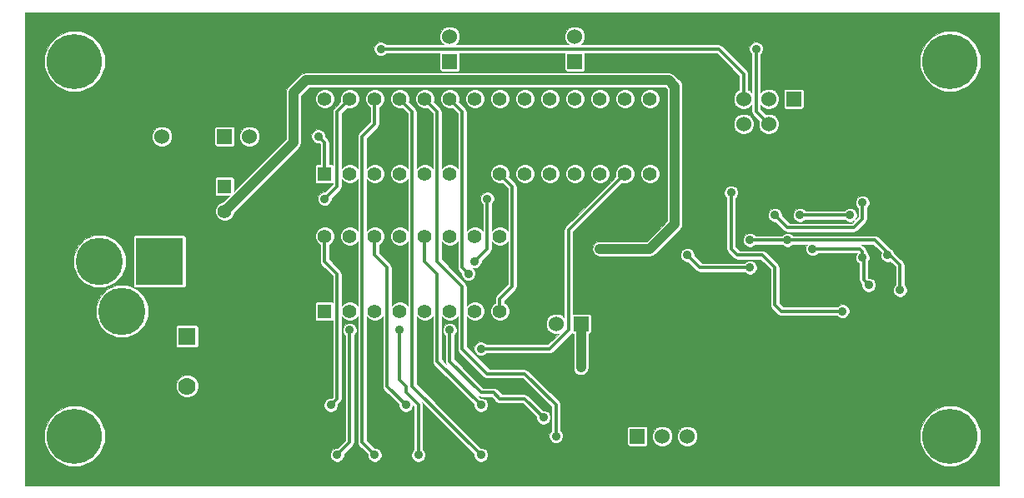
<source format=gbl>
G04 (created by PCBNEW (2013-07-07 BZR 4022)-stable) date 17.09.2014 22:00:27*
%MOIN*%
G04 Gerber Fmt 3.4, Leading zero omitted, Abs format*
%FSLAX34Y34*%
G01*
G70*
G90*
G04 APERTURE LIST*
%ADD10C,0.00590551*%
%ADD11R,0.055X0.055*%
%ADD12C,0.055*%
%ADD13R,0.06X0.06*%
%ADD14C,0.06*%
%ADD15C,0.189*%
%ADD16R,0.189X0.189*%
%ADD17R,0.07X0.07*%
%ADD18C,0.07*%
%ADD19C,0.2205*%
%ADD20C,0.035*%
%ADD21C,0.0393701*%
%ADD22C,0.0149606*%
%ADD23C,0.001*%
G04 APERTURE END LIST*
G54D10*
G54D11*
X30000Y-31500D03*
G54D12*
X31000Y-31500D03*
X32000Y-31500D03*
X33000Y-31500D03*
X34000Y-31500D03*
X35000Y-31500D03*
X36000Y-31500D03*
X37000Y-31500D03*
X37000Y-28500D03*
X36000Y-28500D03*
X35000Y-28500D03*
X34000Y-28500D03*
X33000Y-28500D03*
X32000Y-28500D03*
X31000Y-28500D03*
X30000Y-28500D03*
G54D13*
X48750Y-23000D03*
G54D14*
X48750Y-24000D03*
X47750Y-23000D03*
X47750Y-24000D03*
X46750Y-23000D03*
X46750Y-24000D03*
G54D13*
X42500Y-36500D03*
G54D14*
X43500Y-36500D03*
X44500Y-36500D03*
G54D12*
X26000Y-27500D03*
G54D11*
X26000Y-26500D03*
G54D12*
X25000Y-26500D03*
G54D15*
X21000Y-29500D03*
G54D16*
X23400Y-29500D03*
G54D15*
X21900Y-31500D03*
G54D17*
X24500Y-32500D03*
G54D18*
X24500Y-34500D03*
G54D13*
X40250Y-32000D03*
G54D14*
X39250Y-32000D03*
G54D13*
X23500Y-25500D03*
G54D14*
X23500Y-24500D03*
G54D13*
X40000Y-21500D03*
G54D14*
X40000Y-20500D03*
G54D13*
X35000Y-21500D03*
G54D14*
X35000Y-20500D03*
G54D12*
X31000Y-26000D03*
X32000Y-26000D03*
X33000Y-26000D03*
X34000Y-26000D03*
X35000Y-26000D03*
X36000Y-26000D03*
X37000Y-26000D03*
X38000Y-26000D03*
X39000Y-26000D03*
X40000Y-26000D03*
X41000Y-26000D03*
X42000Y-26000D03*
X43000Y-26000D03*
G54D11*
X30000Y-26000D03*
G54D12*
X43000Y-23000D03*
X42000Y-23000D03*
X41000Y-23000D03*
X40000Y-23000D03*
X39000Y-23000D03*
X38000Y-23000D03*
X37000Y-23000D03*
X36000Y-23000D03*
X35000Y-23000D03*
X34000Y-23000D03*
X33000Y-23000D03*
X32000Y-23000D03*
X31000Y-23000D03*
X30000Y-23000D03*
G54D13*
X26000Y-24500D03*
G54D14*
X27000Y-24500D03*
X28000Y-24500D03*
G54D19*
X20000Y-36500D03*
X20000Y-21500D03*
X55000Y-36500D03*
X55000Y-21500D03*
G54D20*
X41000Y-29000D03*
X38750Y-24500D03*
X28500Y-26000D03*
X42000Y-30000D03*
X35750Y-30000D03*
X39250Y-36500D03*
X36250Y-37250D03*
X32000Y-37250D03*
X50700Y-31500D03*
X46250Y-26750D03*
X47000Y-29750D03*
X44500Y-29250D03*
X47250Y-21000D03*
X32250Y-21000D03*
X29750Y-24500D03*
X51000Y-27650D03*
X49000Y-27650D03*
X51500Y-27150D03*
X48000Y-27650D03*
X36250Y-33000D03*
X51750Y-30450D03*
X49500Y-29000D03*
X51500Y-29350D03*
X30250Y-35250D03*
X33250Y-35250D03*
X36250Y-35250D03*
X40250Y-33750D03*
X52500Y-29250D03*
X47000Y-28650D03*
X53000Y-30650D03*
X48500Y-28650D03*
X35000Y-32250D03*
X38750Y-35750D03*
X33750Y-37250D03*
X33000Y-32250D03*
X30500Y-37250D03*
X31000Y-32250D03*
X36000Y-29500D03*
X36500Y-27000D03*
X30000Y-27000D03*
G54D21*
X27750Y-25750D02*
X26000Y-27500D01*
X28750Y-24750D02*
X27750Y-25750D01*
X28750Y-22750D02*
X28750Y-24750D01*
X29250Y-22250D02*
X28750Y-22750D01*
X43750Y-22250D02*
X29250Y-22250D01*
X44000Y-22500D02*
X43750Y-22250D01*
X44000Y-28000D02*
X44000Y-22500D01*
X43000Y-29000D02*
X44000Y-28000D01*
X41000Y-29000D02*
X43000Y-29000D01*
G54D22*
X35500Y-23500D02*
X35000Y-23000D01*
X35500Y-29750D02*
X35500Y-23500D01*
X35750Y-30000D02*
X35500Y-29750D01*
X39250Y-35250D02*
X38000Y-34000D01*
X38000Y-34000D02*
X36500Y-34000D01*
X36500Y-34000D02*
X35500Y-33000D01*
X35500Y-33000D02*
X35500Y-30500D01*
X35500Y-30500D02*
X34500Y-29500D01*
X34500Y-29500D02*
X34500Y-23500D01*
X34500Y-23500D02*
X34000Y-23000D01*
X39250Y-36500D02*
X39250Y-35250D01*
X33500Y-23500D02*
X33000Y-23000D01*
X33500Y-34500D02*
X33500Y-23500D01*
X36250Y-37250D02*
X33500Y-34500D01*
X31500Y-36750D02*
X31500Y-35500D01*
X32000Y-37250D02*
X31500Y-36750D01*
X32000Y-24000D02*
X32000Y-23000D01*
X31500Y-35500D02*
X31500Y-24500D01*
X31500Y-24500D02*
X32000Y-24000D01*
X46250Y-29000D02*
X46250Y-26750D01*
X46500Y-29250D02*
X46250Y-29000D01*
X47500Y-29250D02*
X46500Y-29250D01*
X48000Y-29750D02*
X47500Y-29250D01*
X48000Y-31250D02*
X48000Y-29750D01*
X48250Y-31500D02*
X48000Y-31250D01*
X50700Y-31500D02*
X48250Y-31500D01*
X45000Y-29750D02*
X47000Y-29750D01*
X44500Y-29250D02*
X45000Y-29750D01*
X47750Y-24000D02*
X47250Y-23500D01*
X47250Y-23500D02*
X47250Y-21000D01*
X30000Y-26000D02*
X30000Y-24750D01*
X46750Y-22000D02*
X46750Y-23000D01*
X45750Y-21000D02*
X46750Y-22000D01*
X42000Y-21000D02*
X45750Y-21000D01*
X32250Y-21000D02*
X42000Y-21000D01*
X30000Y-24750D02*
X29750Y-24500D01*
X37000Y-31500D02*
X37000Y-31000D01*
X37500Y-26500D02*
X37000Y-26000D01*
X37500Y-30500D02*
X37500Y-26500D01*
X37000Y-31000D02*
X37500Y-30500D01*
X49000Y-27650D02*
X51000Y-27650D01*
X51500Y-27800D02*
X51150Y-28150D01*
X51500Y-27150D02*
X51500Y-27800D01*
X48000Y-27650D02*
X48500Y-28150D01*
X48500Y-28150D02*
X51150Y-28150D01*
X39000Y-33000D02*
X39750Y-32250D01*
X36250Y-33000D02*
X39000Y-33000D01*
X39750Y-32250D02*
X39750Y-28250D01*
X42000Y-26000D02*
X39750Y-28250D01*
X51550Y-30200D02*
X51550Y-30250D01*
X51550Y-30250D02*
X51750Y-30450D01*
X51500Y-29100D02*
X51500Y-29350D01*
X51400Y-29000D02*
X51500Y-29100D01*
X49500Y-29000D02*
X51400Y-29000D01*
X51550Y-29400D02*
X51550Y-30200D01*
X51500Y-29350D02*
X51550Y-29400D01*
X30000Y-29500D02*
X30000Y-28500D01*
X30500Y-30000D02*
X30000Y-29500D01*
X30500Y-35000D02*
X30500Y-30000D01*
X30250Y-35250D02*
X30500Y-35000D01*
X32000Y-29250D02*
X32000Y-28500D01*
X32500Y-29750D02*
X32000Y-29250D01*
X32500Y-34500D02*
X32500Y-29750D01*
X33250Y-35250D02*
X32500Y-34500D01*
X34000Y-29500D02*
X34000Y-28500D01*
X34500Y-30000D02*
X34000Y-29500D01*
X34500Y-33500D02*
X34500Y-30000D01*
X36250Y-35250D02*
X34500Y-33500D01*
G54D21*
X40250Y-33750D02*
X40250Y-32000D01*
G54D22*
X52500Y-29250D02*
X52550Y-29200D01*
X52550Y-29200D02*
X52500Y-29250D01*
X52500Y-29250D02*
X52500Y-29150D01*
X47000Y-28650D02*
X48500Y-28650D01*
X52500Y-29150D02*
X52000Y-28650D01*
X53000Y-29650D02*
X52500Y-29150D01*
X52500Y-29150D02*
X52500Y-29150D01*
X53000Y-30650D02*
X53000Y-29650D01*
X52000Y-28650D02*
X48500Y-28650D01*
X35000Y-32750D02*
X35000Y-32250D01*
X37000Y-35000D02*
X38000Y-35000D01*
X38000Y-35000D02*
X38750Y-35750D01*
X36750Y-34750D02*
X37000Y-35000D01*
X36250Y-34750D02*
X36750Y-34750D01*
X35000Y-33500D02*
X36250Y-34750D01*
X35000Y-32750D02*
X35000Y-33500D01*
X33750Y-35250D02*
X33750Y-37250D01*
X33250Y-34750D02*
X33750Y-35250D01*
X33250Y-34500D02*
X33250Y-34750D01*
X33000Y-34250D02*
X33250Y-34500D01*
X33000Y-32250D02*
X33000Y-34250D01*
X31000Y-33000D02*
X31000Y-32250D01*
X31000Y-33000D02*
X31000Y-36750D01*
X30500Y-37250D02*
X31000Y-36750D01*
X36000Y-29500D02*
X36500Y-29000D01*
X36500Y-29000D02*
X36500Y-27500D01*
X36500Y-27500D02*
X36500Y-27000D01*
X30500Y-23500D02*
X31000Y-23000D01*
X30500Y-26500D02*
X30500Y-23500D01*
X30000Y-27000D02*
X30500Y-26500D01*
G54D10*
G36*
X56971Y-38471D02*
X56207Y-38471D01*
X56207Y-36260D01*
X56207Y-21260D01*
X56024Y-20816D01*
X55684Y-20476D01*
X55241Y-20292D01*
X54760Y-20292D01*
X54316Y-20475D01*
X53976Y-20815D01*
X53792Y-21258D01*
X53792Y-21739D01*
X53975Y-22183D01*
X54315Y-22523D01*
X54758Y-22707D01*
X55239Y-22707D01*
X55683Y-22524D01*
X56023Y-22184D01*
X56207Y-21741D01*
X56207Y-21260D01*
X56207Y-36260D01*
X56024Y-35816D01*
X55684Y-35476D01*
X55241Y-35292D01*
X54760Y-35292D01*
X54316Y-35475D01*
X53976Y-35815D01*
X53792Y-36258D01*
X53792Y-36739D01*
X53975Y-37183D01*
X54315Y-37523D01*
X54758Y-37707D01*
X55239Y-37707D01*
X55683Y-37524D01*
X56023Y-37184D01*
X56207Y-36741D01*
X56207Y-36260D01*
X56207Y-38471D01*
X53280Y-38471D01*
X53280Y-30594D01*
X53237Y-30491D01*
X53179Y-30433D01*
X53179Y-29650D01*
X53166Y-29581D01*
X53166Y-29581D01*
X53127Y-29522D01*
X52766Y-29162D01*
X52737Y-29091D01*
X52658Y-29012D01*
X52587Y-28983D01*
X52127Y-28522D01*
X52068Y-28483D01*
X52000Y-28470D01*
X51780Y-28470D01*
X51780Y-27094D01*
X51737Y-26991D01*
X51658Y-26912D01*
X51555Y-26870D01*
X51444Y-26869D01*
X51341Y-26912D01*
X51262Y-26991D01*
X51220Y-27094D01*
X51219Y-27205D01*
X51262Y-27308D01*
X51320Y-27366D01*
X51320Y-27725D01*
X51237Y-27808D01*
X51279Y-27705D01*
X51280Y-27594D01*
X51237Y-27491D01*
X51158Y-27412D01*
X51055Y-27370D01*
X50944Y-27369D01*
X50841Y-27412D01*
X50783Y-27470D01*
X49216Y-27470D01*
X49158Y-27412D01*
X49155Y-27411D01*
X49155Y-23279D01*
X49155Y-22679D01*
X49139Y-22640D01*
X49109Y-22611D01*
X49070Y-22595D01*
X49029Y-22594D01*
X48429Y-22594D01*
X48390Y-22610D01*
X48361Y-22640D01*
X48345Y-22679D01*
X48344Y-22720D01*
X48344Y-23320D01*
X48360Y-23359D01*
X48390Y-23388D01*
X48429Y-23404D01*
X48470Y-23405D01*
X49070Y-23405D01*
X49109Y-23389D01*
X49138Y-23359D01*
X49154Y-23320D01*
X49155Y-23279D01*
X49155Y-27411D01*
X49055Y-27370D01*
X48944Y-27369D01*
X48841Y-27412D01*
X48762Y-27491D01*
X48720Y-27594D01*
X48719Y-27705D01*
X48762Y-27808D01*
X48841Y-27887D01*
X48944Y-27929D01*
X49055Y-27930D01*
X49158Y-27887D01*
X49216Y-27829D01*
X50783Y-27829D01*
X50841Y-27887D01*
X50944Y-27929D01*
X51055Y-27930D01*
X51158Y-27887D01*
X51075Y-27970D01*
X48574Y-27970D01*
X48279Y-27675D01*
X48280Y-27594D01*
X48237Y-27491D01*
X48158Y-27412D01*
X48155Y-27411D01*
X48155Y-23919D01*
X48093Y-23770D01*
X47979Y-23656D01*
X47830Y-23595D01*
X47669Y-23594D01*
X47619Y-23615D01*
X47429Y-23425D01*
X47429Y-23252D01*
X47520Y-23343D01*
X47669Y-23404D01*
X47830Y-23405D01*
X47979Y-23343D01*
X48093Y-23229D01*
X48154Y-23080D01*
X48155Y-22919D01*
X48093Y-22770D01*
X47979Y-22656D01*
X47830Y-22595D01*
X47669Y-22594D01*
X47520Y-22656D01*
X47429Y-22747D01*
X47429Y-21216D01*
X47487Y-21158D01*
X47529Y-21055D01*
X47530Y-20944D01*
X47487Y-20841D01*
X47408Y-20762D01*
X47305Y-20720D01*
X47194Y-20719D01*
X47091Y-20762D01*
X47012Y-20841D01*
X46970Y-20944D01*
X46969Y-21055D01*
X47012Y-21158D01*
X47070Y-21216D01*
X47070Y-22747D01*
X46979Y-22656D01*
X46929Y-22636D01*
X46929Y-22000D01*
X46916Y-21931D01*
X46877Y-21872D01*
X46877Y-21872D01*
X45877Y-20872D01*
X45818Y-20833D01*
X45750Y-20820D01*
X42000Y-20820D01*
X40252Y-20820D01*
X40343Y-20729D01*
X40404Y-20580D01*
X40405Y-20419D01*
X40343Y-20270D01*
X40229Y-20156D01*
X40080Y-20095D01*
X39919Y-20094D01*
X39770Y-20156D01*
X39656Y-20270D01*
X39595Y-20419D01*
X39594Y-20580D01*
X39656Y-20729D01*
X39747Y-20820D01*
X35252Y-20820D01*
X35343Y-20729D01*
X35404Y-20580D01*
X35405Y-20419D01*
X35343Y-20270D01*
X35229Y-20156D01*
X35080Y-20095D01*
X34919Y-20094D01*
X34770Y-20156D01*
X34656Y-20270D01*
X34595Y-20419D01*
X34594Y-20580D01*
X34656Y-20729D01*
X34747Y-20820D01*
X32466Y-20820D01*
X32408Y-20762D01*
X32305Y-20720D01*
X32194Y-20719D01*
X32091Y-20762D01*
X32012Y-20841D01*
X31970Y-20944D01*
X31969Y-21055D01*
X32012Y-21158D01*
X32091Y-21237D01*
X32194Y-21279D01*
X32305Y-21280D01*
X32408Y-21237D01*
X32466Y-21179D01*
X34595Y-21179D01*
X34594Y-21220D01*
X34594Y-21820D01*
X34610Y-21859D01*
X34640Y-21888D01*
X34679Y-21904D01*
X34720Y-21905D01*
X35320Y-21905D01*
X35359Y-21889D01*
X35388Y-21859D01*
X35404Y-21820D01*
X35405Y-21779D01*
X35405Y-21179D01*
X39595Y-21179D01*
X39594Y-21220D01*
X39594Y-21820D01*
X39610Y-21859D01*
X39640Y-21888D01*
X39679Y-21904D01*
X39720Y-21905D01*
X40320Y-21905D01*
X40359Y-21889D01*
X40388Y-21859D01*
X40404Y-21820D01*
X40405Y-21779D01*
X40405Y-21179D01*
X42000Y-21179D01*
X45675Y-21179D01*
X46570Y-22074D01*
X46570Y-22636D01*
X46520Y-22656D01*
X46406Y-22770D01*
X46345Y-22919D01*
X46344Y-23080D01*
X46406Y-23229D01*
X46520Y-23343D01*
X46669Y-23404D01*
X46830Y-23405D01*
X46979Y-23343D01*
X47070Y-23252D01*
X47070Y-23500D01*
X47083Y-23568D01*
X47122Y-23627D01*
X47365Y-23869D01*
X47345Y-23919D01*
X47344Y-24080D01*
X47406Y-24229D01*
X47520Y-24343D01*
X47669Y-24404D01*
X47830Y-24405D01*
X47979Y-24343D01*
X48093Y-24229D01*
X48154Y-24080D01*
X48155Y-23919D01*
X48155Y-27411D01*
X48055Y-27370D01*
X47944Y-27369D01*
X47841Y-27412D01*
X47762Y-27491D01*
X47720Y-27594D01*
X47719Y-27705D01*
X47762Y-27808D01*
X47841Y-27887D01*
X47944Y-27929D01*
X48025Y-27930D01*
X48372Y-28277D01*
X48431Y-28316D01*
X48431Y-28316D01*
X48500Y-28329D01*
X51150Y-28329D01*
X51218Y-28316D01*
X51218Y-28316D01*
X51277Y-28277D01*
X51627Y-27927D01*
X51627Y-27927D01*
X51627Y-27927D01*
X51666Y-27868D01*
X51679Y-27800D01*
X51679Y-27800D01*
X51679Y-27800D01*
X51679Y-27366D01*
X51737Y-27308D01*
X51779Y-27205D01*
X51780Y-27094D01*
X51780Y-28470D01*
X48716Y-28470D01*
X48658Y-28412D01*
X48555Y-28370D01*
X48444Y-28369D01*
X48341Y-28412D01*
X48283Y-28470D01*
X47216Y-28470D01*
X47158Y-28412D01*
X47155Y-28411D01*
X47155Y-23919D01*
X47093Y-23770D01*
X46979Y-23656D01*
X46830Y-23595D01*
X46669Y-23594D01*
X46520Y-23656D01*
X46406Y-23770D01*
X46345Y-23919D01*
X46344Y-24080D01*
X46406Y-24229D01*
X46520Y-24343D01*
X46669Y-24404D01*
X46830Y-24405D01*
X46979Y-24343D01*
X47093Y-24229D01*
X47154Y-24080D01*
X47155Y-23919D01*
X47155Y-28411D01*
X47055Y-28370D01*
X46944Y-28369D01*
X46841Y-28412D01*
X46762Y-28491D01*
X46720Y-28594D01*
X46719Y-28705D01*
X46762Y-28808D01*
X46841Y-28887D01*
X46944Y-28929D01*
X47055Y-28930D01*
X47158Y-28887D01*
X47216Y-28829D01*
X48283Y-28829D01*
X48341Y-28887D01*
X48444Y-28929D01*
X48555Y-28930D01*
X48658Y-28887D01*
X48716Y-28829D01*
X49274Y-28829D01*
X49262Y-28841D01*
X49220Y-28944D01*
X49219Y-29055D01*
X49262Y-29158D01*
X49341Y-29237D01*
X49444Y-29279D01*
X49555Y-29280D01*
X49658Y-29237D01*
X49716Y-29179D01*
X51274Y-29179D01*
X51262Y-29191D01*
X51220Y-29294D01*
X51219Y-29405D01*
X51262Y-29508D01*
X51341Y-29587D01*
X51370Y-29599D01*
X51370Y-30200D01*
X51370Y-30250D01*
X51383Y-30318D01*
X51422Y-30377D01*
X51470Y-30424D01*
X51469Y-30505D01*
X51512Y-30608D01*
X51591Y-30687D01*
X51694Y-30729D01*
X51805Y-30730D01*
X51908Y-30687D01*
X51987Y-30608D01*
X52029Y-30505D01*
X52030Y-30394D01*
X51987Y-30291D01*
X51908Y-30212D01*
X51805Y-30170D01*
X51729Y-30169D01*
X51729Y-29516D01*
X51737Y-29508D01*
X51779Y-29405D01*
X51780Y-29294D01*
X51737Y-29191D01*
X51679Y-29133D01*
X51679Y-29100D01*
X51666Y-29031D01*
X51627Y-28972D01*
X51627Y-28972D01*
X51527Y-28872D01*
X51468Y-28833D01*
X51448Y-28829D01*
X51925Y-28829D01*
X52240Y-29144D01*
X52220Y-29194D01*
X52219Y-29305D01*
X52262Y-29408D01*
X52341Y-29487D01*
X52444Y-29529D01*
X52555Y-29530D01*
X52605Y-29509D01*
X52820Y-29724D01*
X52820Y-30433D01*
X52762Y-30491D01*
X52720Y-30594D01*
X52719Y-30705D01*
X52762Y-30808D01*
X52841Y-30887D01*
X52944Y-30929D01*
X53055Y-30930D01*
X53158Y-30887D01*
X53237Y-30808D01*
X53279Y-30705D01*
X53280Y-30594D01*
X53280Y-38471D01*
X50980Y-38471D01*
X50980Y-31444D01*
X50937Y-31341D01*
X50858Y-31262D01*
X50755Y-31220D01*
X50644Y-31219D01*
X50541Y-31262D01*
X50483Y-31320D01*
X48324Y-31320D01*
X48179Y-31175D01*
X48179Y-29750D01*
X48166Y-29681D01*
X48166Y-29681D01*
X48127Y-29622D01*
X47627Y-29122D01*
X47568Y-29083D01*
X47500Y-29070D01*
X46574Y-29070D01*
X46429Y-28925D01*
X46429Y-26966D01*
X46487Y-26908D01*
X46529Y-26805D01*
X46530Y-26694D01*
X46487Y-26591D01*
X46408Y-26512D01*
X46305Y-26470D01*
X46194Y-26469D01*
X46091Y-26512D01*
X46012Y-26591D01*
X45970Y-26694D01*
X45969Y-26805D01*
X46012Y-26908D01*
X46070Y-26966D01*
X46070Y-29000D01*
X46083Y-29068D01*
X46122Y-29127D01*
X46372Y-29377D01*
X46372Y-29377D01*
X46431Y-29416D01*
X46500Y-29429D01*
X47425Y-29429D01*
X47820Y-29824D01*
X47820Y-31250D01*
X47833Y-31318D01*
X47872Y-31377D01*
X48122Y-31627D01*
X48122Y-31627D01*
X48181Y-31666D01*
X48250Y-31679D01*
X50483Y-31679D01*
X50541Y-31737D01*
X50644Y-31779D01*
X50755Y-31780D01*
X50858Y-31737D01*
X50937Y-31658D01*
X50979Y-31555D01*
X50980Y-31444D01*
X50980Y-38471D01*
X47280Y-38471D01*
X47280Y-29694D01*
X47237Y-29591D01*
X47158Y-29512D01*
X47055Y-29470D01*
X46944Y-29469D01*
X46841Y-29512D01*
X46783Y-29570D01*
X45074Y-29570D01*
X44779Y-29275D01*
X44780Y-29194D01*
X44737Y-29091D01*
X44658Y-29012D01*
X44555Y-28970D01*
X44444Y-28969D01*
X44341Y-29012D01*
X44301Y-29052D01*
X44301Y-28000D01*
X44301Y-22500D01*
X44278Y-22384D01*
X44278Y-22384D01*
X44213Y-22286D01*
X44213Y-22286D01*
X43963Y-22036D01*
X43865Y-21971D01*
X43750Y-21948D01*
X29250Y-21948D01*
X29134Y-21971D01*
X29036Y-22036D01*
X28536Y-22536D01*
X28471Y-22634D01*
X28448Y-22750D01*
X28448Y-24624D01*
X27536Y-25536D01*
X27405Y-25668D01*
X27405Y-24419D01*
X27343Y-24270D01*
X27229Y-24156D01*
X27080Y-24095D01*
X26919Y-24094D01*
X26770Y-24156D01*
X26656Y-24270D01*
X26595Y-24419D01*
X26594Y-24580D01*
X26656Y-24729D01*
X26770Y-24843D01*
X26919Y-24904D01*
X27080Y-24905D01*
X27229Y-24843D01*
X27343Y-24729D01*
X27404Y-24580D01*
X27405Y-24419D01*
X27405Y-25668D01*
X26405Y-26668D01*
X26405Y-24779D01*
X26405Y-24179D01*
X26389Y-24140D01*
X26359Y-24111D01*
X26320Y-24095D01*
X26279Y-24094D01*
X25679Y-24094D01*
X25640Y-24110D01*
X25611Y-24140D01*
X25595Y-24179D01*
X25594Y-24220D01*
X25594Y-24820D01*
X25610Y-24859D01*
X25640Y-24888D01*
X25679Y-24904D01*
X25720Y-24905D01*
X26320Y-24905D01*
X26359Y-24889D01*
X26388Y-24859D01*
X26404Y-24820D01*
X26405Y-24779D01*
X26405Y-26668D01*
X26380Y-26693D01*
X26380Y-26204D01*
X26364Y-26165D01*
X26334Y-26136D01*
X26295Y-26120D01*
X26254Y-26119D01*
X25704Y-26119D01*
X25665Y-26135D01*
X25636Y-26165D01*
X25620Y-26204D01*
X25619Y-26245D01*
X25619Y-26795D01*
X25635Y-26834D01*
X25665Y-26863D01*
X25704Y-26879D01*
X25745Y-26880D01*
X26193Y-26880D01*
X25953Y-27119D01*
X25924Y-27119D01*
X25785Y-27177D01*
X25678Y-27284D01*
X25620Y-27424D01*
X25619Y-27575D01*
X25677Y-27714D01*
X25784Y-27821D01*
X25924Y-27879D01*
X26075Y-27880D01*
X26214Y-27822D01*
X26321Y-27715D01*
X26379Y-27575D01*
X26379Y-27546D01*
X27963Y-25963D01*
X28963Y-24963D01*
X28963Y-24963D01*
X28963Y-24963D01*
X29002Y-24904D01*
X29028Y-24865D01*
X29028Y-24865D01*
X29051Y-24750D01*
X29051Y-22875D01*
X29375Y-22551D01*
X43624Y-22551D01*
X43698Y-22625D01*
X43698Y-27874D01*
X43380Y-28193D01*
X43380Y-25924D01*
X43380Y-22924D01*
X43322Y-22785D01*
X43215Y-22678D01*
X43075Y-22620D01*
X42924Y-22619D01*
X42785Y-22677D01*
X42678Y-22784D01*
X42620Y-22924D01*
X42619Y-23075D01*
X42677Y-23214D01*
X42784Y-23321D01*
X42924Y-23379D01*
X43075Y-23380D01*
X43214Y-23322D01*
X43321Y-23215D01*
X43379Y-23075D01*
X43380Y-22924D01*
X43380Y-25924D01*
X43322Y-25785D01*
X43215Y-25678D01*
X43075Y-25620D01*
X42924Y-25619D01*
X42785Y-25677D01*
X42678Y-25784D01*
X42620Y-25924D01*
X42619Y-26075D01*
X42677Y-26214D01*
X42784Y-26321D01*
X42924Y-26379D01*
X43075Y-26380D01*
X43214Y-26322D01*
X43321Y-26215D01*
X43379Y-26075D01*
X43380Y-25924D01*
X43380Y-28193D01*
X42874Y-28698D01*
X42380Y-28698D01*
X42380Y-25924D01*
X42380Y-22924D01*
X42322Y-22785D01*
X42215Y-22678D01*
X42075Y-22620D01*
X41924Y-22619D01*
X41785Y-22677D01*
X41678Y-22784D01*
X41620Y-22924D01*
X41619Y-23075D01*
X41677Y-23214D01*
X41784Y-23321D01*
X41924Y-23379D01*
X42075Y-23380D01*
X42214Y-23322D01*
X42321Y-23215D01*
X42379Y-23075D01*
X42380Y-22924D01*
X42380Y-25924D01*
X42322Y-25785D01*
X42215Y-25678D01*
X42075Y-25620D01*
X41924Y-25619D01*
X41785Y-25677D01*
X41678Y-25784D01*
X41620Y-25924D01*
X41619Y-26075D01*
X41634Y-26111D01*
X41380Y-26365D01*
X41380Y-25924D01*
X41380Y-22924D01*
X41322Y-22785D01*
X41215Y-22678D01*
X41075Y-22620D01*
X40924Y-22619D01*
X40785Y-22677D01*
X40678Y-22784D01*
X40620Y-22924D01*
X40619Y-23075D01*
X40677Y-23214D01*
X40784Y-23321D01*
X40924Y-23379D01*
X41075Y-23380D01*
X41214Y-23322D01*
X41321Y-23215D01*
X41379Y-23075D01*
X41380Y-22924D01*
X41380Y-25924D01*
X41322Y-25785D01*
X41215Y-25678D01*
X41075Y-25620D01*
X40924Y-25619D01*
X40785Y-25677D01*
X40678Y-25784D01*
X40620Y-25924D01*
X40619Y-26075D01*
X40677Y-26214D01*
X40784Y-26321D01*
X40924Y-26379D01*
X41075Y-26380D01*
X41214Y-26322D01*
X41321Y-26215D01*
X41379Y-26075D01*
X41380Y-25924D01*
X41380Y-26365D01*
X40380Y-27365D01*
X40380Y-25924D01*
X40380Y-22924D01*
X40322Y-22785D01*
X40215Y-22678D01*
X40075Y-22620D01*
X39924Y-22619D01*
X39785Y-22677D01*
X39678Y-22784D01*
X39620Y-22924D01*
X39619Y-23075D01*
X39677Y-23214D01*
X39784Y-23321D01*
X39924Y-23379D01*
X40075Y-23380D01*
X40214Y-23322D01*
X40321Y-23215D01*
X40379Y-23075D01*
X40380Y-22924D01*
X40380Y-25924D01*
X40322Y-25785D01*
X40215Y-25678D01*
X40075Y-25620D01*
X39924Y-25619D01*
X39785Y-25677D01*
X39678Y-25784D01*
X39620Y-25924D01*
X39619Y-26075D01*
X39677Y-26214D01*
X39784Y-26321D01*
X39924Y-26379D01*
X40075Y-26380D01*
X40214Y-26322D01*
X40321Y-26215D01*
X40379Y-26075D01*
X40380Y-25924D01*
X40380Y-27365D01*
X39622Y-28122D01*
X39583Y-28181D01*
X39570Y-28250D01*
X39570Y-31747D01*
X39479Y-31656D01*
X39380Y-31615D01*
X39380Y-25924D01*
X39380Y-22924D01*
X39322Y-22785D01*
X39215Y-22678D01*
X39075Y-22620D01*
X38924Y-22619D01*
X38785Y-22677D01*
X38678Y-22784D01*
X38620Y-22924D01*
X38619Y-23075D01*
X38677Y-23214D01*
X38784Y-23321D01*
X38924Y-23379D01*
X39075Y-23380D01*
X39214Y-23322D01*
X39321Y-23215D01*
X39379Y-23075D01*
X39380Y-22924D01*
X39380Y-25924D01*
X39322Y-25785D01*
X39215Y-25678D01*
X39075Y-25620D01*
X38924Y-25619D01*
X38785Y-25677D01*
X38678Y-25784D01*
X38620Y-25924D01*
X38619Y-26075D01*
X38677Y-26214D01*
X38784Y-26321D01*
X38924Y-26379D01*
X39075Y-26380D01*
X39214Y-26322D01*
X39321Y-26215D01*
X39379Y-26075D01*
X39380Y-25924D01*
X39380Y-31615D01*
X39330Y-31595D01*
X39169Y-31594D01*
X39020Y-31656D01*
X38906Y-31770D01*
X38845Y-31919D01*
X38844Y-32080D01*
X38906Y-32229D01*
X39020Y-32343D01*
X39169Y-32404D01*
X39330Y-32405D01*
X39348Y-32397D01*
X38925Y-32820D01*
X38380Y-32820D01*
X38380Y-25924D01*
X38380Y-22924D01*
X38322Y-22785D01*
X38215Y-22678D01*
X38075Y-22620D01*
X37924Y-22619D01*
X37785Y-22677D01*
X37678Y-22784D01*
X37620Y-22924D01*
X37619Y-23075D01*
X37677Y-23214D01*
X37784Y-23321D01*
X37924Y-23379D01*
X38075Y-23380D01*
X38214Y-23322D01*
X38321Y-23215D01*
X38379Y-23075D01*
X38380Y-22924D01*
X38380Y-25924D01*
X38322Y-25785D01*
X38215Y-25678D01*
X38075Y-25620D01*
X37924Y-25619D01*
X37785Y-25677D01*
X37678Y-25784D01*
X37620Y-25924D01*
X37619Y-26075D01*
X37677Y-26214D01*
X37784Y-26321D01*
X37924Y-26379D01*
X38075Y-26380D01*
X38214Y-26322D01*
X38321Y-26215D01*
X38379Y-26075D01*
X38380Y-25924D01*
X38380Y-32820D01*
X36466Y-32820D01*
X36408Y-32762D01*
X36305Y-32720D01*
X36194Y-32719D01*
X36091Y-32762D01*
X36012Y-32841D01*
X35970Y-32944D01*
X35969Y-33055D01*
X36012Y-33158D01*
X36091Y-33237D01*
X36194Y-33279D01*
X36305Y-33280D01*
X36408Y-33237D01*
X36466Y-33179D01*
X39000Y-33179D01*
X39068Y-33166D01*
X39068Y-33166D01*
X39127Y-33127D01*
X39877Y-32377D01*
X39877Y-32377D01*
X39877Y-32377D01*
X39877Y-32376D01*
X39877Y-32376D01*
X39890Y-32388D01*
X39929Y-32404D01*
X39948Y-32404D01*
X39948Y-33750D01*
X39971Y-33865D01*
X40036Y-33963D01*
X40134Y-34028D01*
X40250Y-34051D01*
X40365Y-34028D01*
X40463Y-33963D01*
X40528Y-33865D01*
X40551Y-33750D01*
X40551Y-32405D01*
X40570Y-32405D01*
X40609Y-32389D01*
X40638Y-32359D01*
X40654Y-32320D01*
X40655Y-32279D01*
X40655Y-31679D01*
X40639Y-31640D01*
X40609Y-31611D01*
X40570Y-31595D01*
X40529Y-31594D01*
X39929Y-31594D01*
X39929Y-28324D01*
X41888Y-26365D01*
X41924Y-26379D01*
X42075Y-26380D01*
X42214Y-26322D01*
X42321Y-26215D01*
X42379Y-26075D01*
X42380Y-25924D01*
X42380Y-28698D01*
X41000Y-28698D01*
X40884Y-28721D01*
X40786Y-28786D01*
X40721Y-28884D01*
X40698Y-29000D01*
X40721Y-29115D01*
X40786Y-29213D01*
X40884Y-29278D01*
X41000Y-29301D01*
X43000Y-29301D01*
X43115Y-29278D01*
X43213Y-29213D01*
X44213Y-28213D01*
X44213Y-28213D01*
X44213Y-28213D01*
X44252Y-28154D01*
X44278Y-28115D01*
X44278Y-28115D01*
X44301Y-28000D01*
X44301Y-29052D01*
X44262Y-29091D01*
X44220Y-29194D01*
X44219Y-29305D01*
X44262Y-29408D01*
X44341Y-29487D01*
X44444Y-29529D01*
X44525Y-29530D01*
X44872Y-29877D01*
X44931Y-29916D01*
X44931Y-29916D01*
X45000Y-29929D01*
X46783Y-29929D01*
X46841Y-29987D01*
X46944Y-30029D01*
X47055Y-30030D01*
X47158Y-29987D01*
X47237Y-29908D01*
X47279Y-29805D01*
X47280Y-29694D01*
X47280Y-38471D01*
X44905Y-38471D01*
X44905Y-36419D01*
X44843Y-36270D01*
X44729Y-36156D01*
X44580Y-36095D01*
X44419Y-36094D01*
X44270Y-36156D01*
X44156Y-36270D01*
X44095Y-36419D01*
X44094Y-36580D01*
X44156Y-36729D01*
X44270Y-36843D01*
X44419Y-36904D01*
X44580Y-36905D01*
X44729Y-36843D01*
X44843Y-36729D01*
X44904Y-36580D01*
X44905Y-36419D01*
X44905Y-38471D01*
X43905Y-38471D01*
X43905Y-36419D01*
X43843Y-36270D01*
X43729Y-36156D01*
X43580Y-36095D01*
X43419Y-36094D01*
X43270Y-36156D01*
X43156Y-36270D01*
X43095Y-36419D01*
X43094Y-36580D01*
X43156Y-36729D01*
X43270Y-36843D01*
X43419Y-36904D01*
X43580Y-36905D01*
X43729Y-36843D01*
X43843Y-36729D01*
X43904Y-36580D01*
X43905Y-36419D01*
X43905Y-38471D01*
X42905Y-38471D01*
X42905Y-36779D01*
X42905Y-36179D01*
X42889Y-36140D01*
X42859Y-36111D01*
X42820Y-36095D01*
X42779Y-36094D01*
X42179Y-36094D01*
X42140Y-36110D01*
X42111Y-36140D01*
X42095Y-36179D01*
X42094Y-36220D01*
X42094Y-36820D01*
X42110Y-36859D01*
X42140Y-36888D01*
X42179Y-36904D01*
X42220Y-36905D01*
X42820Y-36905D01*
X42859Y-36889D01*
X42888Y-36859D01*
X42904Y-36820D01*
X42905Y-36779D01*
X42905Y-38471D01*
X39530Y-38471D01*
X39530Y-36444D01*
X39487Y-36341D01*
X39429Y-36283D01*
X39429Y-35250D01*
X39416Y-35181D01*
X39416Y-35181D01*
X39377Y-35122D01*
X38127Y-33872D01*
X38068Y-33833D01*
X38000Y-33820D01*
X36574Y-33820D01*
X35679Y-32925D01*
X35679Y-31717D01*
X35784Y-31821D01*
X35924Y-31879D01*
X36075Y-31880D01*
X36214Y-31822D01*
X36321Y-31715D01*
X36379Y-31575D01*
X36380Y-31424D01*
X36322Y-31285D01*
X36215Y-31178D01*
X36075Y-31120D01*
X35924Y-31119D01*
X35785Y-31177D01*
X35679Y-31282D01*
X35679Y-30500D01*
X35666Y-30431D01*
X35627Y-30372D01*
X35627Y-30372D01*
X34679Y-29425D01*
X34679Y-28717D01*
X34784Y-28821D01*
X34924Y-28879D01*
X35075Y-28880D01*
X35214Y-28822D01*
X35320Y-28717D01*
X35320Y-29750D01*
X35333Y-29818D01*
X35372Y-29877D01*
X35470Y-29974D01*
X35469Y-30055D01*
X35512Y-30158D01*
X35591Y-30237D01*
X35694Y-30279D01*
X35805Y-30280D01*
X35908Y-30237D01*
X35987Y-30158D01*
X36029Y-30055D01*
X36030Y-29944D01*
X35987Y-29841D01*
X35913Y-29767D01*
X35944Y-29779D01*
X36055Y-29780D01*
X36158Y-29737D01*
X36237Y-29658D01*
X36279Y-29555D01*
X36280Y-29474D01*
X36627Y-29127D01*
X36666Y-29068D01*
X36666Y-29068D01*
X36679Y-29000D01*
X36679Y-28717D01*
X36784Y-28821D01*
X36924Y-28879D01*
X37075Y-28880D01*
X37214Y-28822D01*
X37320Y-28717D01*
X37320Y-30425D01*
X36872Y-30872D01*
X36833Y-30931D01*
X36820Y-31000D01*
X36820Y-31163D01*
X36785Y-31177D01*
X36678Y-31284D01*
X36620Y-31424D01*
X36619Y-31575D01*
X36677Y-31714D01*
X36784Y-31821D01*
X36924Y-31879D01*
X37075Y-31880D01*
X37214Y-31822D01*
X37321Y-31715D01*
X37379Y-31575D01*
X37380Y-31424D01*
X37322Y-31285D01*
X37215Y-31178D01*
X37179Y-31163D01*
X37179Y-31074D01*
X37627Y-30627D01*
X37666Y-30568D01*
X37666Y-30568D01*
X37679Y-30500D01*
X37679Y-26500D01*
X37666Y-26431D01*
X37666Y-26431D01*
X37627Y-26372D01*
X37365Y-26111D01*
X37379Y-26075D01*
X37380Y-25924D01*
X37380Y-22924D01*
X37322Y-22785D01*
X37215Y-22678D01*
X37075Y-22620D01*
X36924Y-22619D01*
X36785Y-22677D01*
X36678Y-22784D01*
X36620Y-22924D01*
X36619Y-23075D01*
X36677Y-23214D01*
X36784Y-23321D01*
X36924Y-23379D01*
X37075Y-23380D01*
X37214Y-23322D01*
X37321Y-23215D01*
X37379Y-23075D01*
X37380Y-22924D01*
X37380Y-25924D01*
X37322Y-25785D01*
X37215Y-25678D01*
X37075Y-25620D01*
X36924Y-25619D01*
X36785Y-25677D01*
X36678Y-25784D01*
X36620Y-25924D01*
X36619Y-26075D01*
X36677Y-26214D01*
X36784Y-26321D01*
X36924Y-26379D01*
X37075Y-26380D01*
X37111Y-26365D01*
X37320Y-26574D01*
X37320Y-28282D01*
X37215Y-28178D01*
X37075Y-28120D01*
X36924Y-28119D01*
X36785Y-28177D01*
X36679Y-28282D01*
X36679Y-27500D01*
X36679Y-27216D01*
X36737Y-27158D01*
X36779Y-27055D01*
X36780Y-26944D01*
X36737Y-26841D01*
X36658Y-26762D01*
X36555Y-26720D01*
X36444Y-26719D01*
X36380Y-26746D01*
X36380Y-22924D01*
X36322Y-22785D01*
X36215Y-22678D01*
X36075Y-22620D01*
X35924Y-22619D01*
X35785Y-22677D01*
X35678Y-22784D01*
X35620Y-22924D01*
X35619Y-23075D01*
X35677Y-23214D01*
X35784Y-23321D01*
X35924Y-23379D01*
X36075Y-23380D01*
X36214Y-23322D01*
X36321Y-23215D01*
X36379Y-23075D01*
X36380Y-22924D01*
X36380Y-26746D01*
X36341Y-26762D01*
X36262Y-26841D01*
X36220Y-26944D01*
X36219Y-27055D01*
X36262Y-27158D01*
X36320Y-27216D01*
X36320Y-27500D01*
X36320Y-28282D01*
X36215Y-28178D01*
X36075Y-28120D01*
X35924Y-28119D01*
X35785Y-28177D01*
X35679Y-28282D01*
X35679Y-23500D01*
X35666Y-23431D01*
X35666Y-23431D01*
X35627Y-23372D01*
X35365Y-23111D01*
X35379Y-23075D01*
X35380Y-22924D01*
X35322Y-22785D01*
X35215Y-22678D01*
X35075Y-22620D01*
X34924Y-22619D01*
X34785Y-22677D01*
X34678Y-22784D01*
X34620Y-22924D01*
X34619Y-23075D01*
X34677Y-23214D01*
X34784Y-23321D01*
X34924Y-23379D01*
X35075Y-23380D01*
X35111Y-23365D01*
X35320Y-23574D01*
X35320Y-25782D01*
X35215Y-25678D01*
X35075Y-25620D01*
X34924Y-25619D01*
X34785Y-25677D01*
X34679Y-25782D01*
X34679Y-23500D01*
X34666Y-23431D01*
X34666Y-23431D01*
X34627Y-23372D01*
X34365Y-23111D01*
X34379Y-23075D01*
X34380Y-22924D01*
X34322Y-22785D01*
X34215Y-22678D01*
X34075Y-22620D01*
X33924Y-22619D01*
X33785Y-22677D01*
X33678Y-22784D01*
X33620Y-22924D01*
X33619Y-23075D01*
X33677Y-23214D01*
X33784Y-23321D01*
X33924Y-23379D01*
X34075Y-23380D01*
X34111Y-23365D01*
X34320Y-23574D01*
X34320Y-25782D01*
X34215Y-25678D01*
X34075Y-25620D01*
X33924Y-25619D01*
X33785Y-25677D01*
X33679Y-25782D01*
X33679Y-23500D01*
X33666Y-23431D01*
X33666Y-23431D01*
X33627Y-23372D01*
X33365Y-23111D01*
X33379Y-23075D01*
X33380Y-22924D01*
X33322Y-22785D01*
X33215Y-22678D01*
X33075Y-22620D01*
X32924Y-22619D01*
X32785Y-22677D01*
X32678Y-22784D01*
X32620Y-22924D01*
X32619Y-23075D01*
X32677Y-23214D01*
X32784Y-23321D01*
X32924Y-23379D01*
X33075Y-23380D01*
X33111Y-23365D01*
X33320Y-23574D01*
X33320Y-25782D01*
X33215Y-25678D01*
X33075Y-25620D01*
X32924Y-25619D01*
X32785Y-25677D01*
X32678Y-25784D01*
X32620Y-25924D01*
X32619Y-26075D01*
X32677Y-26214D01*
X32784Y-26321D01*
X32924Y-26379D01*
X33075Y-26380D01*
X33214Y-26322D01*
X33320Y-26217D01*
X33320Y-28282D01*
X33215Y-28178D01*
X33075Y-28120D01*
X32924Y-28119D01*
X32785Y-28177D01*
X32678Y-28284D01*
X32620Y-28424D01*
X32619Y-28575D01*
X32677Y-28714D01*
X32784Y-28821D01*
X32924Y-28879D01*
X33075Y-28880D01*
X33214Y-28822D01*
X33320Y-28717D01*
X33320Y-31282D01*
X33215Y-31178D01*
X33075Y-31120D01*
X32924Y-31119D01*
X32785Y-31177D01*
X32679Y-31282D01*
X32679Y-29750D01*
X32666Y-29681D01*
X32666Y-29681D01*
X32627Y-29622D01*
X32179Y-29175D01*
X32179Y-28836D01*
X32214Y-28822D01*
X32321Y-28715D01*
X32379Y-28575D01*
X32380Y-28424D01*
X32322Y-28285D01*
X32215Y-28178D01*
X32075Y-28120D01*
X31924Y-28119D01*
X31785Y-28177D01*
X31679Y-28282D01*
X31679Y-26217D01*
X31784Y-26321D01*
X31924Y-26379D01*
X32075Y-26380D01*
X32214Y-26322D01*
X32321Y-26215D01*
X32379Y-26075D01*
X32380Y-25924D01*
X32322Y-25785D01*
X32215Y-25678D01*
X32075Y-25620D01*
X31924Y-25619D01*
X31785Y-25677D01*
X31679Y-25782D01*
X31679Y-24574D01*
X32127Y-24127D01*
X32166Y-24068D01*
X32166Y-24068D01*
X32179Y-24000D01*
X32179Y-23336D01*
X32214Y-23322D01*
X32321Y-23215D01*
X32379Y-23075D01*
X32380Y-22924D01*
X32322Y-22785D01*
X32215Y-22678D01*
X32075Y-22620D01*
X31924Y-22619D01*
X31785Y-22677D01*
X31678Y-22784D01*
X31620Y-22924D01*
X31619Y-23075D01*
X31677Y-23214D01*
X31784Y-23321D01*
X31820Y-23336D01*
X31820Y-23925D01*
X31372Y-24372D01*
X31333Y-24431D01*
X31320Y-24500D01*
X31320Y-25782D01*
X31215Y-25678D01*
X31075Y-25620D01*
X30924Y-25619D01*
X30785Y-25677D01*
X30679Y-25782D01*
X30679Y-23574D01*
X30888Y-23365D01*
X30924Y-23379D01*
X31075Y-23380D01*
X31214Y-23322D01*
X31321Y-23215D01*
X31379Y-23075D01*
X31380Y-22924D01*
X31322Y-22785D01*
X31215Y-22678D01*
X31075Y-22620D01*
X30924Y-22619D01*
X30785Y-22677D01*
X30678Y-22784D01*
X30620Y-22924D01*
X30619Y-23075D01*
X30634Y-23111D01*
X30380Y-23365D01*
X30380Y-22924D01*
X30322Y-22785D01*
X30215Y-22678D01*
X30075Y-22620D01*
X29924Y-22619D01*
X29785Y-22677D01*
X29678Y-22784D01*
X29620Y-22924D01*
X29619Y-23075D01*
X29677Y-23214D01*
X29784Y-23321D01*
X29924Y-23379D01*
X30075Y-23380D01*
X30214Y-23322D01*
X30321Y-23215D01*
X30379Y-23075D01*
X30380Y-22924D01*
X30380Y-23365D01*
X30372Y-23372D01*
X30333Y-23431D01*
X30320Y-23500D01*
X30320Y-25630D01*
X30295Y-25620D01*
X30254Y-25619D01*
X30179Y-25619D01*
X30179Y-24750D01*
X30166Y-24681D01*
X30127Y-24622D01*
X30127Y-24622D01*
X30029Y-24525D01*
X30030Y-24444D01*
X29987Y-24341D01*
X29908Y-24262D01*
X29805Y-24220D01*
X29694Y-24219D01*
X29591Y-24262D01*
X29512Y-24341D01*
X29470Y-24444D01*
X29469Y-24555D01*
X29512Y-24658D01*
X29591Y-24737D01*
X29694Y-24779D01*
X29775Y-24780D01*
X29820Y-24824D01*
X29820Y-25619D01*
X29704Y-25619D01*
X29665Y-25635D01*
X29636Y-25665D01*
X29620Y-25704D01*
X29619Y-25745D01*
X29619Y-26295D01*
X29635Y-26334D01*
X29665Y-26363D01*
X29704Y-26379D01*
X29745Y-26380D01*
X30295Y-26380D01*
X30320Y-26369D01*
X30320Y-26425D01*
X30025Y-26720D01*
X29944Y-26719D01*
X29841Y-26762D01*
X29762Y-26841D01*
X29720Y-26944D01*
X29719Y-27055D01*
X29762Y-27158D01*
X29841Y-27237D01*
X29944Y-27279D01*
X30055Y-27280D01*
X30158Y-27237D01*
X30237Y-27158D01*
X30279Y-27055D01*
X30280Y-26974D01*
X30627Y-26627D01*
X30666Y-26568D01*
X30666Y-26568D01*
X30679Y-26500D01*
X30679Y-26217D01*
X30784Y-26321D01*
X30924Y-26379D01*
X31075Y-26380D01*
X31214Y-26322D01*
X31320Y-26217D01*
X31320Y-28282D01*
X31215Y-28178D01*
X31075Y-28120D01*
X30924Y-28119D01*
X30785Y-28177D01*
X30678Y-28284D01*
X30620Y-28424D01*
X30619Y-28575D01*
X30677Y-28714D01*
X30784Y-28821D01*
X30924Y-28879D01*
X31075Y-28880D01*
X31214Y-28822D01*
X31320Y-28717D01*
X31320Y-31282D01*
X31215Y-31178D01*
X31075Y-31120D01*
X30924Y-31119D01*
X30785Y-31177D01*
X30679Y-31282D01*
X30679Y-30000D01*
X30666Y-29931D01*
X30666Y-29931D01*
X30627Y-29872D01*
X30179Y-29425D01*
X30179Y-28836D01*
X30214Y-28822D01*
X30321Y-28715D01*
X30379Y-28575D01*
X30380Y-28424D01*
X30322Y-28285D01*
X30215Y-28178D01*
X30075Y-28120D01*
X29924Y-28119D01*
X29785Y-28177D01*
X29678Y-28284D01*
X29620Y-28424D01*
X29619Y-28575D01*
X29677Y-28714D01*
X29784Y-28821D01*
X29820Y-28836D01*
X29820Y-29500D01*
X29833Y-29568D01*
X29872Y-29627D01*
X30320Y-30074D01*
X30320Y-31130D01*
X30295Y-31120D01*
X30254Y-31119D01*
X29704Y-31119D01*
X29665Y-31135D01*
X29636Y-31165D01*
X29620Y-31204D01*
X29619Y-31245D01*
X29619Y-31795D01*
X29635Y-31834D01*
X29665Y-31863D01*
X29704Y-31879D01*
X29745Y-31880D01*
X30295Y-31880D01*
X30320Y-31869D01*
X30320Y-34925D01*
X30275Y-34970D01*
X30194Y-34969D01*
X30091Y-35012D01*
X30012Y-35091D01*
X29970Y-35194D01*
X29969Y-35305D01*
X30012Y-35408D01*
X30091Y-35487D01*
X30194Y-35529D01*
X30305Y-35530D01*
X30408Y-35487D01*
X30487Y-35408D01*
X30529Y-35305D01*
X30530Y-35224D01*
X30627Y-35127D01*
X30627Y-35127D01*
X30627Y-35127D01*
X30666Y-35068D01*
X30679Y-35000D01*
X30679Y-31717D01*
X30784Y-31821D01*
X30924Y-31879D01*
X31075Y-31880D01*
X31214Y-31822D01*
X31320Y-31717D01*
X31320Y-35500D01*
X31320Y-36750D01*
X31333Y-36818D01*
X31372Y-36877D01*
X31720Y-37224D01*
X31719Y-37305D01*
X31762Y-37408D01*
X31841Y-37487D01*
X31944Y-37529D01*
X32055Y-37530D01*
X32158Y-37487D01*
X32237Y-37408D01*
X32279Y-37305D01*
X32280Y-37194D01*
X32237Y-37091D01*
X32158Y-37012D01*
X32055Y-36970D01*
X31974Y-36969D01*
X31679Y-36675D01*
X31679Y-35500D01*
X31679Y-31717D01*
X31784Y-31821D01*
X31924Y-31879D01*
X32075Y-31880D01*
X32214Y-31822D01*
X32320Y-31717D01*
X32320Y-34500D01*
X32333Y-34568D01*
X32372Y-34627D01*
X32970Y-35224D01*
X32969Y-35305D01*
X33012Y-35408D01*
X33091Y-35487D01*
X33194Y-35529D01*
X33305Y-35530D01*
X33408Y-35487D01*
X33487Y-35408D01*
X33529Y-35305D01*
X33529Y-35284D01*
X33570Y-35324D01*
X33570Y-37033D01*
X33512Y-37091D01*
X33470Y-37194D01*
X33469Y-37305D01*
X33512Y-37408D01*
X33591Y-37487D01*
X33694Y-37529D01*
X33805Y-37530D01*
X33908Y-37487D01*
X33987Y-37408D01*
X34029Y-37305D01*
X34030Y-37194D01*
X33987Y-37091D01*
X33929Y-37033D01*
X33929Y-35250D01*
X33916Y-35181D01*
X33916Y-35181D01*
X33894Y-35148D01*
X35970Y-37224D01*
X35969Y-37305D01*
X36012Y-37408D01*
X36091Y-37487D01*
X36194Y-37529D01*
X36305Y-37530D01*
X36408Y-37487D01*
X36487Y-37408D01*
X36529Y-37305D01*
X36530Y-37194D01*
X36487Y-37091D01*
X36408Y-37012D01*
X36305Y-36970D01*
X36224Y-36969D01*
X33679Y-34425D01*
X33679Y-31717D01*
X33784Y-31821D01*
X33924Y-31879D01*
X34075Y-31880D01*
X34214Y-31822D01*
X34320Y-31717D01*
X34320Y-33500D01*
X34333Y-33568D01*
X34372Y-33627D01*
X35970Y-35224D01*
X35969Y-35305D01*
X36012Y-35408D01*
X36091Y-35487D01*
X36194Y-35529D01*
X36305Y-35530D01*
X36408Y-35487D01*
X36487Y-35408D01*
X36529Y-35305D01*
X36530Y-35194D01*
X36487Y-35091D01*
X36408Y-35012D01*
X36305Y-34970D01*
X36224Y-34969D01*
X36148Y-34894D01*
X36181Y-34916D01*
X36181Y-34916D01*
X36250Y-34929D01*
X36675Y-34929D01*
X36872Y-35127D01*
X36872Y-35127D01*
X36931Y-35166D01*
X37000Y-35179D01*
X37925Y-35179D01*
X38470Y-35724D01*
X38469Y-35805D01*
X38512Y-35908D01*
X38591Y-35987D01*
X38694Y-36029D01*
X38805Y-36030D01*
X38908Y-35987D01*
X38987Y-35908D01*
X39029Y-35805D01*
X39030Y-35694D01*
X38987Y-35591D01*
X38908Y-35512D01*
X38805Y-35470D01*
X38724Y-35469D01*
X38127Y-34872D01*
X38068Y-34833D01*
X38000Y-34820D01*
X37074Y-34820D01*
X36877Y-34622D01*
X36818Y-34583D01*
X36750Y-34570D01*
X36324Y-34570D01*
X35179Y-33425D01*
X35179Y-32750D01*
X35179Y-32466D01*
X35237Y-32408D01*
X35279Y-32305D01*
X35280Y-32194D01*
X35237Y-32091D01*
X35158Y-32012D01*
X35055Y-31970D01*
X34944Y-31969D01*
X34841Y-32012D01*
X34762Y-32091D01*
X34720Y-32194D01*
X34719Y-32305D01*
X34762Y-32408D01*
X34820Y-32466D01*
X34820Y-32750D01*
X34820Y-33500D01*
X34833Y-33568D01*
X34855Y-33601D01*
X34679Y-33425D01*
X34679Y-31717D01*
X34784Y-31821D01*
X34924Y-31879D01*
X35075Y-31880D01*
X35214Y-31822D01*
X35320Y-31717D01*
X35320Y-33000D01*
X35333Y-33068D01*
X35372Y-33127D01*
X36372Y-34127D01*
X36372Y-34127D01*
X36431Y-34166D01*
X36500Y-34179D01*
X37925Y-34179D01*
X39070Y-35324D01*
X39070Y-36283D01*
X39012Y-36341D01*
X38970Y-36444D01*
X38969Y-36555D01*
X39012Y-36658D01*
X39091Y-36737D01*
X39194Y-36779D01*
X39305Y-36780D01*
X39408Y-36737D01*
X39487Y-36658D01*
X39529Y-36555D01*
X39530Y-36444D01*
X39530Y-38471D01*
X31280Y-38471D01*
X31280Y-32194D01*
X31237Y-32091D01*
X31158Y-32012D01*
X31055Y-31970D01*
X30944Y-31969D01*
X30841Y-32012D01*
X30762Y-32091D01*
X30720Y-32194D01*
X30719Y-32305D01*
X30762Y-32408D01*
X30820Y-32466D01*
X30820Y-33000D01*
X30820Y-36675D01*
X30525Y-36970D01*
X30444Y-36969D01*
X30341Y-37012D01*
X30262Y-37091D01*
X30220Y-37194D01*
X30219Y-37305D01*
X30262Y-37408D01*
X30341Y-37487D01*
X30444Y-37529D01*
X30555Y-37530D01*
X30658Y-37487D01*
X30737Y-37408D01*
X30779Y-37305D01*
X30780Y-37224D01*
X31127Y-36877D01*
X31166Y-36818D01*
X31166Y-36818D01*
X31179Y-36750D01*
X31179Y-33000D01*
X31179Y-32466D01*
X31237Y-32408D01*
X31279Y-32305D01*
X31280Y-32194D01*
X31280Y-38471D01*
X24955Y-38471D01*
X24955Y-34409D01*
X24955Y-34409D01*
X24955Y-32829D01*
X24955Y-32129D01*
X24939Y-32090D01*
X24909Y-32061D01*
X24870Y-32045D01*
X24829Y-32044D01*
X24450Y-32044D01*
X24450Y-30424D01*
X24450Y-28534D01*
X24434Y-28495D01*
X24404Y-28466D01*
X24365Y-28450D01*
X24324Y-28449D01*
X23905Y-28449D01*
X23905Y-24419D01*
X23843Y-24270D01*
X23729Y-24156D01*
X23580Y-24095D01*
X23419Y-24094D01*
X23270Y-24156D01*
X23156Y-24270D01*
X23095Y-24419D01*
X23094Y-24580D01*
X23156Y-24729D01*
X23270Y-24843D01*
X23419Y-24904D01*
X23580Y-24905D01*
X23729Y-24843D01*
X23843Y-24729D01*
X23904Y-24580D01*
X23905Y-24419D01*
X23905Y-28449D01*
X22434Y-28449D01*
X22395Y-28465D01*
X22366Y-28495D01*
X22350Y-28534D01*
X22349Y-28575D01*
X22349Y-30465D01*
X22365Y-30504D01*
X22395Y-30533D01*
X22434Y-30549D01*
X22475Y-30550D01*
X24365Y-30550D01*
X24404Y-30534D01*
X24433Y-30504D01*
X24449Y-30465D01*
X24450Y-30424D01*
X24450Y-32044D01*
X24129Y-32044D01*
X24090Y-32060D01*
X24061Y-32090D01*
X24045Y-32129D01*
X24044Y-32170D01*
X24044Y-32870D01*
X24060Y-32909D01*
X24090Y-32938D01*
X24129Y-32954D01*
X24170Y-32955D01*
X24870Y-32955D01*
X24909Y-32939D01*
X24938Y-32909D01*
X24954Y-32870D01*
X24955Y-32829D01*
X24955Y-34409D01*
X24885Y-34242D01*
X24758Y-34114D01*
X24590Y-34045D01*
X24409Y-34044D01*
X24242Y-34114D01*
X24114Y-34241D01*
X24045Y-34409D01*
X24044Y-34590D01*
X24114Y-34757D01*
X24241Y-34885D01*
X24409Y-34954D01*
X24590Y-34955D01*
X24757Y-34885D01*
X24885Y-34758D01*
X24954Y-34590D01*
X24955Y-34409D01*
X24955Y-38471D01*
X22950Y-38471D01*
X22950Y-31292D01*
X22790Y-30906D01*
X22495Y-30610D01*
X22109Y-30450D01*
X22050Y-30450D01*
X22050Y-29292D01*
X21890Y-28906D01*
X21595Y-28610D01*
X21209Y-28450D01*
X21207Y-28450D01*
X21207Y-21260D01*
X21024Y-20816D01*
X20684Y-20476D01*
X20241Y-20292D01*
X19760Y-20292D01*
X19316Y-20475D01*
X18976Y-20815D01*
X18792Y-21258D01*
X18792Y-21739D01*
X18975Y-22183D01*
X19315Y-22523D01*
X19758Y-22707D01*
X20239Y-22707D01*
X20683Y-22524D01*
X21023Y-22184D01*
X21207Y-21741D01*
X21207Y-21260D01*
X21207Y-28450D01*
X20792Y-28449D01*
X20406Y-28609D01*
X20110Y-28904D01*
X19950Y-29290D01*
X19949Y-29707D01*
X20109Y-30094D01*
X20404Y-30389D01*
X20790Y-30549D01*
X21207Y-30550D01*
X21594Y-30390D01*
X21889Y-30095D01*
X22049Y-29709D01*
X22050Y-29292D01*
X22050Y-30450D01*
X21692Y-30449D01*
X21306Y-30609D01*
X21010Y-30904D01*
X20850Y-31290D01*
X20849Y-31707D01*
X21009Y-32094D01*
X21304Y-32389D01*
X21690Y-32549D01*
X22107Y-32550D01*
X22494Y-32390D01*
X22789Y-32095D01*
X22949Y-31709D01*
X22950Y-31292D01*
X22950Y-38471D01*
X21207Y-38471D01*
X21207Y-36260D01*
X21024Y-35816D01*
X20684Y-35476D01*
X20241Y-35292D01*
X19760Y-35292D01*
X19316Y-35475D01*
X18976Y-35815D01*
X18792Y-36258D01*
X18792Y-36739D01*
X18975Y-37183D01*
X19315Y-37523D01*
X19758Y-37707D01*
X20239Y-37707D01*
X20683Y-37524D01*
X21023Y-37184D01*
X21207Y-36741D01*
X21207Y-36260D01*
X21207Y-38471D01*
X18028Y-38471D01*
X18028Y-19528D01*
X56971Y-19528D01*
X56971Y-38471D01*
X56971Y-38471D01*
G37*
G54D23*
X56971Y-38471D02*
X56207Y-38471D01*
X56207Y-36260D01*
X56207Y-21260D01*
X56024Y-20816D01*
X55684Y-20476D01*
X55241Y-20292D01*
X54760Y-20292D01*
X54316Y-20475D01*
X53976Y-20815D01*
X53792Y-21258D01*
X53792Y-21739D01*
X53975Y-22183D01*
X54315Y-22523D01*
X54758Y-22707D01*
X55239Y-22707D01*
X55683Y-22524D01*
X56023Y-22184D01*
X56207Y-21741D01*
X56207Y-21260D01*
X56207Y-36260D01*
X56024Y-35816D01*
X55684Y-35476D01*
X55241Y-35292D01*
X54760Y-35292D01*
X54316Y-35475D01*
X53976Y-35815D01*
X53792Y-36258D01*
X53792Y-36739D01*
X53975Y-37183D01*
X54315Y-37523D01*
X54758Y-37707D01*
X55239Y-37707D01*
X55683Y-37524D01*
X56023Y-37184D01*
X56207Y-36741D01*
X56207Y-36260D01*
X56207Y-38471D01*
X53280Y-38471D01*
X53280Y-30594D01*
X53237Y-30491D01*
X53179Y-30433D01*
X53179Y-29650D01*
X53166Y-29581D01*
X53166Y-29581D01*
X53127Y-29522D01*
X52766Y-29162D01*
X52737Y-29091D01*
X52658Y-29012D01*
X52587Y-28983D01*
X52127Y-28522D01*
X52068Y-28483D01*
X52000Y-28470D01*
X51780Y-28470D01*
X51780Y-27094D01*
X51737Y-26991D01*
X51658Y-26912D01*
X51555Y-26870D01*
X51444Y-26869D01*
X51341Y-26912D01*
X51262Y-26991D01*
X51220Y-27094D01*
X51219Y-27205D01*
X51262Y-27308D01*
X51320Y-27366D01*
X51320Y-27725D01*
X51237Y-27808D01*
X51279Y-27705D01*
X51280Y-27594D01*
X51237Y-27491D01*
X51158Y-27412D01*
X51055Y-27370D01*
X50944Y-27369D01*
X50841Y-27412D01*
X50783Y-27470D01*
X49216Y-27470D01*
X49158Y-27412D01*
X49155Y-27411D01*
X49155Y-23279D01*
X49155Y-22679D01*
X49139Y-22640D01*
X49109Y-22611D01*
X49070Y-22595D01*
X49029Y-22594D01*
X48429Y-22594D01*
X48390Y-22610D01*
X48361Y-22640D01*
X48345Y-22679D01*
X48344Y-22720D01*
X48344Y-23320D01*
X48360Y-23359D01*
X48390Y-23388D01*
X48429Y-23404D01*
X48470Y-23405D01*
X49070Y-23405D01*
X49109Y-23389D01*
X49138Y-23359D01*
X49154Y-23320D01*
X49155Y-23279D01*
X49155Y-27411D01*
X49055Y-27370D01*
X48944Y-27369D01*
X48841Y-27412D01*
X48762Y-27491D01*
X48720Y-27594D01*
X48719Y-27705D01*
X48762Y-27808D01*
X48841Y-27887D01*
X48944Y-27929D01*
X49055Y-27930D01*
X49158Y-27887D01*
X49216Y-27829D01*
X50783Y-27829D01*
X50841Y-27887D01*
X50944Y-27929D01*
X51055Y-27930D01*
X51158Y-27887D01*
X51075Y-27970D01*
X48574Y-27970D01*
X48279Y-27675D01*
X48280Y-27594D01*
X48237Y-27491D01*
X48158Y-27412D01*
X48155Y-27411D01*
X48155Y-23919D01*
X48093Y-23770D01*
X47979Y-23656D01*
X47830Y-23595D01*
X47669Y-23594D01*
X47619Y-23615D01*
X47429Y-23425D01*
X47429Y-23252D01*
X47520Y-23343D01*
X47669Y-23404D01*
X47830Y-23405D01*
X47979Y-23343D01*
X48093Y-23229D01*
X48154Y-23080D01*
X48155Y-22919D01*
X48093Y-22770D01*
X47979Y-22656D01*
X47830Y-22595D01*
X47669Y-22594D01*
X47520Y-22656D01*
X47429Y-22747D01*
X47429Y-21216D01*
X47487Y-21158D01*
X47529Y-21055D01*
X47530Y-20944D01*
X47487Y-20841D01*
X47408Y-20762D01*
X47305Y-20720D01*
X47194Y-20719D01*
X47091Y-20762D01*
X47012Y-20841D01*
X46970Y-20944D01*
X46969Y-21055D01*
X47012Y-21158D01*
X47070Y-21216D01*
X47070Y-22747D01*
X46979Y-22656D01*
X46929Y-22636D01*
X46929Y-22000D01*
X46916Y-21931D01*
X46877Y-21872D01*
X46877Y-21872D01*
X45877Y-20872D01*
X45818Y-20833D01*
X45750Y-20820D01*
X42000Y-20820D01*
X40252Y-20820D01*
X40343Y-20729D01*
X40404Y-20580D01*
X40405Y-20419D01*
X40343Y-20270D01*
X40229Y-20156D01*
X40080Y-20095D01*
X39919Y-20094D01*
X39770Y-20156D01*
X39656Y-20270D01*
X39595Y-20419D01*
X39594Y-20580D01*
X39656Y-20729D01*
X39747Y-20820D01*
X35252Y-20820D01*
X35343Y-20729D01*
X35404Y-20580D01*
X35405Y-20419D01*
X35343Y-20270D01*
X35229Y-20156D01*
X35080Y-20095D01*
X34919Y-20094D01*
X34770Y-20156D01*
X34656Y-20270D01*
X34595Y-20419D01*
X34594Y-20580D01*
X34656Y-20729D01*
X34747Y-20820D01*
X32466Y-20820D01*
X32408Y-20762D01*
X32305Y-20720D01*
X32194Y-20719D01*
X32091Y-20762D01*
X32012Y-20841D01*
X31970Y-20944D01*
X31969Y-21055D01*
X32012Y-21158D01*
X32091Y-21237D01*
X32194Y-21279D01*
X32305Y-21280D01*
X32408Y-21237D01*
X32466Y-21179D01*
X34595Y-21179D01*
X34594Y-21220D01*
X34594Y-21820D01*
X34610Y-21859D01*
X34640Y-21888D01*
X34679Y-21904D01*
X34720Y-21905D01*
X35320Y-21905D01*
X35359Y-21889D01*
X35388Y-21859D01*
X35404Y-21820D01*
X35405Y-21779D01*
X35405Y-21179D01*
X39595Y-21179D01*
X39594Y-21220D01*
X39594Y-21820D01*
X39610Y-21859D01*
X39640Y-21888D01*
X39679Y-21904D01*
X39720Y-21905D01*
X40320Y-21905D01*
X40359Y-21889D01*
X40388Y-21859D01*
X40404Y-21820D01*
X40405Y-21779D01*
X40405Y-21179D01*
X42000Y-21179D01*
X45675Y-21179D01*
X46570Y-22074D01*
X46570Y-22636D01*
X46520Y-22656D01*
X46406Y-22770D01*
X46345Y-22919D01*
X46344Y-23080D01*
X46406Y-23229D01*
X46520Y-23343D01*
X46669Y-23404D01*
X46830Y-23405D01*
X46979Y-23343D01*
X47070Y-23252D01*
X47070Y-23500D01*
X47083Y-23568D01*
X47122Y-23627D01*
X47365Y-23869D01*
X47345Y-23919D01*
X47344Y-24080D01*
X47406Y-24229D01*
X47520Y-24343D01*
X47669Y-24404D01*
X47830Y-24405D01*
X47979Y-24343D01*
X48093Y-24229D01*
X48154Y-24080D01*
X48155Y-23919D01*
X48155Y-27411D01*
X48055Y-27370D01*
X47944Y-27369D01*
X47841Y-27412D01*
X47762Y-27491D01*
X47720Y-27594D01*
X47719Y-27705D01*
X47762Y-27808D01*
X47841Y-27887D01*
X47944Y-27929D01*
X48025Y-27930D01*
X48372Y-28277D01*
X48431Y-28316D01*
X48431Y-28316D01*
X48500Y-28329D01*
X51150Y-28329D01*
X51218Y-28316D01*
X51218Y-28316D01*
X51277Y-28277D01*
X51627Y-27927D01*
X51627Y-27927D01*
X51627Y-27927D01*
X51666Y-27868D01*
X51679Y-27800D01*
X51679Y-27800D01*
X51679Y-27800D01*
X51679Y-27366D01*
X51737Y-27308D01*
X51779Y-27205D01*
X51780Y-27094D01*
X51780Y-28470D01*
X48716Y-28470D01*
X48658Y-28412D01*
X48555Y-28370D01*
X48444Y-28369D01*
X48341Y-28412D01*
X48283Y-28470D01*
X47216Y-28470D01*
X47158Y-28412D01*
X47155Y-28411D01*
X47155Y-23919D01*
X47093Y-23770D01*
X46979Y-23656D01*
X46830Y-23595D01*
X46669Y-23594D01*
X46520Y-23656D01*
X46406Y-23770D01*
X46345Y-23919D01*
X46344Y-24080D01*
X46406Y-24229D01*
X46520Y-24343D01*
X46669Y-24404D01*
X46830Y-24405D01*
X46979Y-24343D01*
X47093Y-24229D01*
X47154Y-24080D01*
X47155Y-23919D01*
X47155Y-28411D01*
X47055Y-28370D01*
X46944Y-28369D01*
X46841Y-28412D01*
X46762Y-28491D01*
X46720Y-28594D01*
X46719Y-28705D01*
X46762Y-28808D01*
X46841Y-28887D01*
X46944Y-28929D01*
X47055Y-28930D01*
X47158Y-28887D01*
X47216Y-28829D01*
X48283Y-28829D01*
X48341Y-28887D01*
X48444Y-28929D01*
X48555Y-28930D01*
X48658Y-28887D01*
X48716Y-28829D01*
X49274Y-28829D01*
X49262Y-28841D01*
X49220Y-28944D01*
X49219Y-29055D01*
X49262Y-29158D01*
X49341Y-29237D01*
X49444Y-29279D01*
X49555Y-29280D01*
X49658Y-29237D01*
X49716Y-29179D01*
X51274Y-29179D01*
X51262Y-29191D01*
X51220Y-29294D01*
X51219Y-29405D01*
X51262Y-29508D01*
X51341Y-29587D01*
X51370Y-29599D01*
X51370Y-30200D01*
X51370Y-30250D01*
X51383Y-30318D01*
X51422Y-30377D01*
X51470Y-30424D01*
X51469Y-30505D01*
X51512Y-30608D01*
X51591Y-30687D01*
X51694Y-30729D01*
X51805Y-30730D01*
X51908Y-30687D01*
X51987Y-30608D01*
X52029Y-30505D01*
X52030Y-30394D01*
X51987Y-30291D01*
X51908Y-30212D01*
X51805Y-30170D01*
X51729Y-30169D01*
X51729Y-29516D01*
X51737Y-29508D01*
X51779Y-29405D01*
X51780Y-29294D01*
X51737Y-29191D01*
X51679Y-29133D01*
X51679Y-29100D01*
X51666Y-29031D01*
X51627Y-28972D01*
X51627Y-28972D01*
X51527Y-28872D01*
X51468Y-28833D01*
X51448Y-28829D01*
X51925Y-28829D01*
X52240Y-29144D01*
X52220Y-29194D01*
X52219Y-29305D01*
X52262Y-29408D01*
X52341Y-29487D01*
X52444Y-29529D01*
X52555Y-29530D01*
X52605Y-29509D01*
X52820Y-29724D01*
X52820Y-30433D01*
X52762Y-30491D01*
X52720Y-30594D01*
X52719Y-30705D01*
X52762Y-30808D01*
X52841Y-30887D01*
X52944Y-30929D01*
X53055Y-30930D01*
X53158Y-30887D01*
X53237Y-30808D01*
X53279Y-30705D01*
X53280Y-30594D01*
X53280Y-38471D01*
X50980Y-38471D01*
X50980Y-31444D01*
X50937Y-31341D01*
X50858Y-31262D01*
X50755Y-31220D01*
X50644Y-31219D01*
X50541Y-31262D01*
X50483Y-31320D01*
X48324Y-31320D01*
X48179Y-31175D01*
X48179Y-29750D01*
X48166Y-29681D01*
X48166Y-29681D01*
X48127Y-29622D01*
X47627Y-29122D01*
X47568Y-29083D01*
X47500Y-29070D01*
X46574Y-29070D01*
X46429Y-28925D01*
X46429Y-26966D01*
X46487Y-26908D01*
X46529Y-26805D01*
X46530Y-26694D01*
X46487Y-26591D01*
X46408Y-26512D01*
X46305Y-26470D01*
X46194Y-26469D01*
X46091Y-26512D01*
X46012Y-26591D01*
X45970Y-26694D01*
X45969Y-26805D01*
X46012Y-26908D01*
X46070Y-26966D01*
X46070Y-29000D01*
X46083Y-29068D01*
X46122Y-29127D01*
X46372Y-29377D01*
X46372Y-29377D01*
X46431Y-29416D01*
X46500Y-29429D01*
X47425Y-29429D01*
X47820Y-29824D01*
X47820Y-31250D01*
X47833Y-31318D01*
X47872Y-31377D01*
X48122Y-31627D01*
X48122Y-31627D01*
X48181Y-31666D01*
X48250Y-31679D01*
X50483Y-31679D01*
X50541Y-31737D01*
X50644Y-31779D01*
X50755Y-31780D01*
X50858Y-31737D01*
X50937Y-31658D01*
X50979Y-31555D01*
X50980Y-31444D01*
X50980Y-38471D01*
X47280Y-38471D01*
X47280Y-29694D01*
X47237Y-29591D01*
X47158Y-29512D01*
X47055Y-29470D01*
X46944Y-29469D01*
X46841Y-29512D01*
X46783Y-29570D01*
X45074Y-29570D01*
X44779Y-29275D01*
X44780Y-29194D01*
X44737Y-29091D01*
X44658Y-29012D01*
X44555Y-28970D01*
X44444Y-28969D01*
X44341Y-29012D01*
X44301Y-29052D01*
X44301Y-28000D01*
X44301Y-22500D01*
X44278Y-22384D01*
X44278Y-22384D01*
X44213Y-22286D01*
X44213Y-22286D01*
X43963Y-22036D01*
X43865Y-21971D01*
X43750Y-21948D01*
X29250Y-21948D01*
X29134Y-21971D01*
X29036Y-22036D01*
X28536Y-22536D01*
X28471Y-22634D01*
X28448Y-22750D01*
X28448Y-24624D01*
X27536Y-25536D01*
X27405Y-25668D01*
X27405Y-24419D01*
X27343Y-24270D01*
X27229Y-24156D01*
X27080Y-24095D01*
X26919Y-24094D01*
X26770Y-24156D01*
X26656Y-24270D01*
X26595Y-24419D01*
X26594Y-24580D01*
X26656Y-24729D01*
X26770Y-24843D01*
X26919Y-24904D01*
X27080Y-24905D01*
X27229Y-24843D01*
X27343Y-24729D01*
X27404Y-24580D01*
X27405Y-24419D01*
X27405Y-25668D01*
X26405Y-26668D01*
X26405Y-24779D01*
X26405Y-24179D01*
X26389Y-24140D01*
X26359Y-24111D01*
X26320Y-24095D01*
X26279Y-24094D01*
X25679Y-24094D01*
X25640Y-24110D01*
X25611Y-24140D01*
X25595Y-24179D01*
X25594Y-24220D01*
X25594Y-24820D01*
X25610Y-24859D01*
X25640Y-24888D01*
X25679Y-24904D01*
X25720Y-24905D01*
X26320Y-24905D01*
X26359Y-24889D01*
X26388Y-24859D01*
X26404Y-24820D01*
X26405Y-24779D01*
X26405Y-26668D01*
X26380Y-26693D01*
X26380Y-26204D01*
X26364Y-26165D01*
X26334Y-26136D01*
X26295Y-26120D01*
X26254Y-26119D01*
X25704Y-26119D01*
X25665Y-26135D01*
X25636Y-26165D01*
X25620Y-26204D01*
X25619Y-26245D01*
X25619Y-26795D01*
X25635Y-26834D01*
X25665Y-26863D01*
X25704Y-26879D01*
X25745Y-26880D01*
X26193Y-26880D01*
X25953Y-27119D01*
X25924Y-27119D01*
X25785Y-27177D01*
X25678Y-27284D01*
X25620Y-27424D01*
X25619Y-27575D01*
X25677Y-27714D01*
X25784Y-27821D01*
X25924Y-27879D01*
X26075Y-27880D01*
X26214Y-27822D01*
X26321Y-27715D01*
X26379Y-27575D01*
X26379Y-27546D01*
X27963Y-25963D01*
X28963Y-24963D01*
X28963Y-24963D01*
X28963Y-24963D01*
X29002Y-24904D01*
X29028Y-24865D01*
X29028Y-24865D01*
X29051Y-24750D01*
X29051Y-22875D01*
X29375Y-22551D01*
X43624Y-22551D01*
X43698Y-22625D01*
X43698Y-27874D01*
X43380Y-28193D01*
X43380Y-25924D01*
X43380Y-22924D01*
X43322Y-22785D01*
X43215Y-22678D01*
X43075Y-22620D01*
X42924Y-22619D01*
X42785Y-22677D01*
X42678Y-22784D01*
X42620Y-22924D01*
X42619Y-23075D01*
X42677Y-23214D01*
X42784Y-23321D01*
X42924Y-23379D01*
X43075Y-23380D01*
X43214Y-23322D01*
X43321Y-23215D01*
X43379Y-23075D01*
X43380Y-22924D01*
X43380Y-25924D01*
X43322Y-25785D01*
X43215Y-25678D01*
X43075Y-25620D01*
X42924Y-25619D01*
X42785Y-25677D01*
X42678Y-25784D01*
X42620Y-25924D01*
X42619Y-26075D01*
X42677Y-26214D01*
X42784Y-26321D01*
X42924Y-26379D01*
X43075Y-26380D01*
X43214Y-26322D01*
X43321Y-26215D01*
X43379Y-26075D01*
X43380Y-25924D01*
X43380Y-28193D01*
X42874Y-28698D01*
X42380Y-28698D01*
X42380Y-25924D01*
X42380Y-22924D01*
X42322Y-22785D01*
X42215Y-22678D01*
X42075Y-22620D01*
X41924Y-22619D01*
X41785Y-22677D01*
X41678Y-22784D01*
X41620Y-22924D01*
X41619Y-23075D01*
X41677Y-23214D01*
X41784Y-23321D01*
X41924Y-23379D01*
X42075Y-23380D01*
X42214Y-23322D01*
X42321Y-23215D01*
X42379Y-23075D01*
X42380Y-22924D01*
X42380Y-25924D01*
X42322Y-25785D01*
X42215Y-25678D01*
X42075Y-25620D01*
X41924Y-25619D01*
X41785Y-25677D01*
X41678Y-25784D01*
X41620Y-25924D01*
X41619Y-26075D01*
X41634Y-26111D01*
X41380Y-26365D01*
X41380Y-25924D01*
X41380Y-22924D01*
X41322Y-22785D01*
X41215Y-22678D01*
X41075Y-22620D01*
X40924Y-22619D01*
X40785Y-22677D01*
X40678Y-22784D01*
X40620Y-22924D01*
X40619Y-23075D01*
X40677Y-23214D01*
X40784Y-23321D01*
X40924Y-23379D01*
X41075Y-23380D01*
X41214Y-23322D01*
X41321Y-23215D01*
X41379Y-23075D01*
X41380Y-22924D01*
X41380Y-25924D01*
X41322Y-25785D01*
X41215Y-25678D01*
X41075Y-25620D01*
X40924Y-25619D01*
X40785Y-25677D01*
X40678Y-25784D01*
X40620Y-25924D01*
X40619Y-26075D01*
X40677Y-26214D01*
X40784Y-26321D01*
X40924Y-26379D01*
X41075Y-26380D01*
X41214Y-26322D01*
X41321Y-26215D01*
X41379Y-26075D01*
X41380Y-25924D01*
X41380Y-26365D01*
X40380Y-27365D01*
X40380Y-25924D01*
X40380Y-22924D01*
X40322Y-22785D01*
X40215Y-22678D01*
X40075Y-22620D01*
X39924Y-22619D01*
X39785Y-22677D01*
X39678Y-22784D01*
X39620Y-22924D01*
X39619Y-23075D01*
X39677Y-23214D01*
X39784Y-23321D01*
X39924Y-23379D01*
X40075Y-23380D01*
X40214Y-23322D01*
X40321Y-23215D01*
X40379Y-23075D01*
X40380Y-22924D01*
X40380Y-25924D01*
X40322Y-25785D01*
X40215Y-25678D01*
X40075Y-25620D01*
X39924Y-25619D01*
X39785Y-25677D01*
X39678Y-25784D01*
X39620Y-25924D01*
X39619Y-26075D01*
X39677Y-26214D01*
X39784Y-26321D01*
X39924Y-26379D01*
X40075Y-26380D01*
X40214Y-26322D01*
X40321Y-26215D01*
X40379Y-26075D01*
X40380Y-25924D01*
X40380Y-27365D01*
X39622Y-28122D01*
X39583Y-28181D01*
X39570Y-28250D01*
X39570Y-31747D01*
X39479Y-31656D01*
X39380Y-31615D01*
X39380Y-25924D01*
X39380Y-22924D01*
X39322Y-22785D01*
X39215Y-22678D01*
X39075Y-22620D01*
X38924Y-22619D01*
X38785Y-22677D01*
X38678Y-22784D01*
X38620Y-22924D01*
X38619Y-23075D01*
X38677Y-23214D01*
X38784Y-23321D01*
X38924Y-23379D01*
X39075Y-23380D01*
X39214Y-23322D01*
X39321Y-23215D01*
X39379Y-23075D01*
X39380Y-22924D01*
X39380Y-25924D01*
X39322Y-25785D01*
X39215Y-25678D01*
X39075Y-25620D01*
X38924Y-25619D01*
X38785Y-25677D01*
X38678Y-25784D01*
X38620Y-25924D01*
X38619Y-26075D01*
X38677Y-26214D01*
X38784Y-26321D01*
X38924Y-26379D01*
X39075Y-26380D01*
X39214Y-26322D01*
X39321Y-26215D01*
X39379Y-26075D01*
X39380Y-25924D01*
X39380Y-31615D01*
X39330Y-31595D01*
X39169Y-31594D01*
X39020Y-31656D01*
X38906Y-31770D01*
X38845Y-31919D01*
X38844Y-32080D01*
X38906Y-32229D01*
X39020Y-32343D01*
X39169Y-32404D01*
X39330Y-32405D01*
X39348Y-32397D01*
X38925Y-32820D01*
X38380Y-32820D01*
X38380Y-25924D01*
X38380Y-22924D01*
X38322Y-22785D01*
X38215Y-22678D01*
X38075Y-22620D01*
X37924Y-22619D01*
X37785Y-22677D01*
X37678Y-22784D01*
X37620Y-22924D01*
X37619Y-23075D01*
X37677Y-23214D01*
X37784Y-23321D01*
X37924Y-23379D01*
X38075Y-23380D01*
X38214Y-23322D01*
X38321Y-23215D01*
X38379Y-23075D01*
X38380Y-22924D01*
X38380Y-25924D01*
X38322Y-25785D01*
X38215Y-25678D01*
X38075Y-25620D01*
X37924Y-25619D01*
X37785Y-25677D01*
X37678Y-25784D01*
X37620Y-25924D01*
X37619Y-26075D01*
X37677Y-26214D01*
X37784Y-26321D01*
X37924Y-26379D01*
X38075Y-26380D01*
X38214Y-26322D01*
X38321Y-26215D01*
X38379Y-26075D01*
X38380Y-25924D01*
X38380Y-32820D01*
X36466Y-32820D01*
X36408Y-32762D01*
X36305Y-32720D01*
X36194Y-32719D01*
X36091Y-32762D01*
X36012Y-32841D01*
X35970Y-32944D01*
X35969Y-33055D01*
X36012Y-33158D01*
X36091Y-33237D01*
X36194Y-33279D01*
X36305Y-33280D01*
X36408Y-33237D01*
X36466Y-33179D01*
X39000Y-33179D01*
X39068Y-33166D01*
X39068Y-33166D01*
X39127Y-33127D01*
X39877Y-32377D01*
X39877Y-32377D01*
X39877Y-32377D01*
X39877Y-32376D01*
X39877Y-32376D01*
X39890Y-32388D01*
X39929Y-32404D01*
X39948Y-32404D01*
X39948Y-33750D01*
X39971Y-33865D01*
X40036Y-33963D01*
X40134Y-34028D01*
X40250Y-34051D01*
X40365Y-34028D01*
X40463Y-33963D01*
X40528Y-33865D01*
X40551Y-33750D01*
X40551Y-32405D01*
X40570Y-32405D01*
X40609Y-32389D01*
X40638Y-32359D01*
X40654Y-32320D01*
X40655Y-32279D01*
X40655Y-31679D01*
X40639Y-31640D01*
X40609Y-31611D01*
X40570Y-31595D01*
X40529Y-31594D01*
X39929Y-31594D01*
X39929Y-28324D01*
X41888Y-26365D01*
X41924Y-26379D01*
X42075Y-26380D01*
X42214Y-26322D01*
X42321Y-26215D01*
X42379Y-26075D01*
X42380Y-25924D01*
X42380Y-28698D01*
X41000Y-28698D01*
X40884Y-28721D01*
X40786Y-28786D01*
X40721Y-28884D01*
X40698Y-29000D01*
X40721Y-29115D01*
X40786Y-29213D01*
X40884Y-29278D01*
X41000Y-29301D01*
X43000Y-29301D01*
X43115Y-29278D01*
X43213Y-29213D01*
X44213Y-28213D01*
X44213Y-28213D01*
X44213Y-28213D01*
X44252Y-28154D01*
X44278Y-28115D01*
X44278Y-28115D01*
X44301Y-28000D01*
X44301Y-29052D01*
X44262Y-29091D01*
X44220Y-29194D01*
X44219Y-29305D01*
X44262Y-29408D01*
X44341Y-29487D01*
X44444Y-29529D01*
X44525Y-29530D01*
X44872Y-29877D01*
X44931Y-29916D01*
X44931Y-29916D01*
X45000Y-29929D01*
X46783Y-29929D01*
X46841Y-29987D01*
X46944Y-30029D01*
X47055Y-30030D01*
X47158Y-29987D01*
X47237Y-29908D01*
X47279Y-29805D01*
X47280Y-29694D01*
X47280Y-38471D01*
X44905Y-38471D01*
X44905Y-36419D01*
X44843Y-36270D01*
X44729Y-36156D01*
X44580Y-36095D01*
X44419Y-36094D01*
X44270Y-36156D01*
X44156Y-36270D01*
X44095Y-36419D01*
X44094Y-36580D01*
X44156Y-36729D01*
X44270Y-36843D01*
X44419Y-36904D01*
X44580Y-36905D01*
X44729Y-36843D01*
X44843Y-36729D01*
X44904Y-36580D01*
X44905Y-36419D01*
X44905Y-38471D01*
X43905Y-38471D01*
X43905Y-36419D01*
X43843Y-36270D01*
X43729Y-36156D01*
X43580Y-36095D01*
X43419Y-36094D01*
X43270Y-36156D01*
X43156Y-36270D01*
X43095Y-36419D01*
X43094Y-36580D01*
X43156Y-36729D01*
X43270Y-36843D01*
X43419Y-36904D01*
X43580Y-36905D01*
X43729Y-36843D01*
X43843Y-36729D01*
X43904Y-36580D01*
X43905Y-36419D01*
X43905Y-38471D01*
X42905Y-38471D01*
X42905Y-36779D01*
X42905Y-36179D01*
X42889Y-36140D01*
X42859Y-36111D01*
X42820Y-36095D01*
X42779Y-36094D01*
X42179Y-36094D01*
X42140Y-36110D01*
X42111Y-36140D01*
X42095Y-36179D01*
X42094Y-36220D01*
X42094Y-36820D01*
X42110Y-36859D01*
X42140Y-36888D01*
X42179Y-36904D01*
X42220Y-36905D01*
X42820Y-36905D01*
X42859Y-36889D01*
X42888Y-36859D01*
X42904Y-36820D01*
X42905Y-36779D01*
X42905Y-38471D01*
X39530Y-38471D01*
X39530Y-36444D01*
X39487Y-36341D01*
X39429Y-36283D01*
X39429Y-35250D01*
X39416Y-35181D01*
X39416Y-35181D01*
X39377Y-35122D01*
X38127Y-33872D01*
X38068Y-33833D01*
X38000Y-33820D01*
X36574Y-33820D01*
X35679Y-32925D01*
X35679Y-31717D01*
X35784Y-31821D01*
X35924Y-31879D01*
X36075Y-31880D01*
X36214Y-31822D01*
X36321Y-31715D01*
X36379Y-31575D01*
X36380Y-31424D01*
X36322Y-31285D01*
X36215Y-31178D01*
X36075Y-31120D01*
X35924Y-31119D01*
X35785Y-31177D01*
X35679Y-31282D01*
X35679Y-30500D01*
X35666Y-30431D01*
X35627Y-30372D01*
X35627Y-30372D01*
X34679Y-29425D01*
X34679Y-28717D01*
X34784Y-28821D01*
X34924Y-28879D01*
X35075Y-28880D01*
X35214Y-28822D01*
X35320Y-28717D01*
X35320Y-29750D01*
X35333Y-29818D01*
X35372Y-29877D01*
X35470Y-29974D01*
X35469Y-30055D01*
X35512Y-30158D01*
X35591Y-30237D01*
X35694Y-30279D01*
X35805Y-30280D01*
X35908Y-30237D01*
X35987Y-30158D01*
X36029Y-30055D01*
X36030Y-29944D01*
X35987Y-29841D01*
X35913Y-29767D01*
X35944Y-29779D01*
X36055Y-29780D01*
X36158Y-29737D01*
X36237Y-29658D01*
X36279Y-29555D01*
X36280Y-29474D01*
X36627Y-29127D01*
X36666Y-29068D01*
X36666Y-29068D01*
X36679Y-29000D01*
X36679Y-28717D01*
X36784Y-28821D01*
X36924Y-28879D01*
X37075Y-28880D01*
X37214Y-28822D01*
X37320Y-28717D01*
X37320Y-30425D01*
X36872Y-30872D01*
X36833Y-30931D01*
X36820Y-31000D01*
X36820Y-31163D01*
X36785Y-31177D01*
X36678Y-31284D01*
X36620Y-31424D01*
X36619Y-31575D01*
X36677Y-31714D01*
X36784Y-31821D01*
X36924Y-31879D01*
X37075Y-31880D01*
X37214Y-31822D01*
X37321Y-31715D01*
X37379Y-31575D01*
X37380Y-31424D01*
X37322Y-31285D01*
X37215Y-31178D01*
X37179Y-31163D01*
X37179Y-31074D01*
X37627Y-30627D01*
X37666Y-30568D01*
X37666Y-30568D01*
X37679Y-30500D01*
X37679Y-26500D01*
X37666Y-26431D01*
X37666Y-26431D01*
X37627Y-26372D01*
X37365Y-26111D01*
X37379Y-26075D01*
X37380Y-25924D01*
X37380Y-22924D01*
X37322Y-22785D01*
X37215Y-22678D01*
X37075Y-22620D01*
X36924Y-22619D01*
X36785Y-22677D01*
X36678Y-22784D01*
X36620Y-22924D01*
X36619Y-23075D01*
X36677Y-23214D01*
X36784Y-23321D01*
X36924Y-23379D01*
X37075Y-23380D01*
X37214Y-23322D01*
X37321Y-23215D01*
X37379Y-23075D01*
X37380Y-22924D01*
X37380Y-25924D01*
X37322Y-25785D01*
X37215Y-25678D01*
X37075Y-25620D01*
X36924Y-25619D01*
X36785Y-25677D01*
X36678Y-25784D01*
X36620Y-25924D01*
X36619Y-26075D01*
X36677Y-26214D01*
X36784Y-26321D01*
X36924Y-26379D01*
X37075Y-26380D01*
X37111Y-26365D01*
X37320Y-26574D01*
X37320Y-28282D01*
X37215Y-28178D01*
X37075Y-28120D01*
X36924Y-28119D01*
X36785Y-28177D01*
X36679Y-28282D01*
X36679Y-27500D01*
X36679Y-27216D01*
X36737Y-27158D01*
X36779Y-27055D01*
X36780Y-26944D01*
X36737Y-26841D01*
X36658Y-26762D01*
X36555Y-26720D01*
X36444Y-26719D01*
X36380Y-26746D01*
X36380Y-22924D01*
X36322Y-22785D01*
X36215Y-22678D01*
X36075Y-22620D01*
X35924Y-22619D01*
X35785Y-22677D01*
X35678Y-22784D01*
X35620Y-22924D01*
X35619Y-23075D01*
X35677Y-23214D01*
X35784Y-23321D01*
X35924Y-23379D01*
X36075Y-23380D01*
X36214Y-23322D01*
X36321Y-23215D01*
X36379Y-23075D01*
X36380Y-22924D01*
X36380Y-26746D01*
X36341Y-26762D01*
X36262Y-26841D01*
X36220Y-26944D01*
X36219Y-27055D01*
X36262Y-27158D01*
X36320Y-27216D01*
X36320Y-27500D01*
X36320Y-28282D01*
X36215Y-28178D01*
X36075Y-28120D01*
X35924Y-28119D01*
X35785Y-28177D01*
X35679Y-28282D01*
X35679Y-23500D01*
X35666Y-23431D01*
X35666Y-23431D01*
X35627Y-23372D01*
X35365Y-23111D01*
X35379Y-23075D01*
X35380Y-22924D01*
X35322Y-22785D01*
X35215Y-22678D01*
X35075Y-22620D01*
X34924Y-22619D01*
X34785Y-22677D01*
X34678Y-22784D01*
X34620Y-22924D01*
X34619Y-23075D01*
X34677Y-23214D01*
X34784Y-23321D01*
X34924Y-23379D01*
X35075Y-23380D01*
X35111Y-23365D01*
X35320Y-23574D01*
X35320Y-25782D01*
X35215Y-25678D01*
X35075Y-25620D01*
X34924Y-25619D01*
X34785Y-25677D01*
X34679Y-25782D01*
X34679Y-23500D01*
X34666Y-23431D01*
X34666Y-23431D01*
X34627Y-23372D01*
X34365Y-23111D01*
X34379Y-23075D01*
X34380Y-22924D01*
X34322Y-22785D01*
X34215Y-22678D01*
X34075Y-22620D01*
X33924Y-22619D01*
X33785Y-22677D01*
X33678Y-22784D01*
X33620Y-22924D01*
X33619Y-23075D01*
X33677Y-23214D01*
X33784Y-23321D01*
X33924Y-23379D01*
X34075Y-23380D01*
X34111Y-23365D01*
X34320Y-23574D01*
X34320Y-25782D01*
X34215Y-25678D01*
X34075Y-25620D01*
X33924Y-25619D01*
X33785Y-25677D01*
X33679Y-25782D01*
X33679Y-23500D01*
X33666Y-23431D01*
X33666Y-23431D01*
X33627Y-23372D01*
X33365Y-23111D01*
X33379Y-23075D01*
X33380Y-22924D01*
X33322Y-22785D01*
X33215Y-22678D01*
X33075Y-22620D01*
X32924Y-22619D01*
X32785Y-22677D01*
X32678Y-22784D01*
X32620Y-22924D01*
X32619Y-23075D01*
X32677Y-23214D01*
X32784Y-23321D01*
X32924Y-23379D01*
X33075Y-23380D01*
X33111Y-23365D01*
X33320Y-23574D01*
X33320Y-25782D01*
X33215Y-25678D01*
X33075Y-25620D01*
X32924Y-25619D01*
X32785Y-25677D01*
X32678Y-25784D01*
X32620Y-25924D01*
X32619Y-26075D01*
X32677Y-26214D01*
X32784Y-26321D01*
X32924Y-26379D01*
X33075Y-26380D01*
X33214Y-26322D01*
X33320Y-26217D01*
X33320Y-28282D01*
X33215Y-28178D01*
X33075Y-28120D01*
X32924Y-28119D01*
X32785Y-28177D01*
X32678Y-28284D01*
X32620Y-28424D01*
X32619Y-28575D01*
X32677Y-28714D01*
X32784Y-28821D01*
X32924Y-28879D01*
X33075Y-28880D01*
X33214Y-28822D01*
X33320Y-28717D01*
X33320Y-31282D01*
X33215Y-31178D01*
X33075Y-31120D01*
X32924Y-31119D01*
X32785Y-31177D01*
X32679Y-31282D01*
X32679Y-29750D01*
X32666Y-29681D01*
X32666Y-29681D01*
X32627Y-29622D01*
X32179Y-29175D01*
X32179Y-28836D01*
X32214Y-28822D01*
X32321Y-28715D01*
X32379Y-28575D01*
X32380Y-28424D01*
X32322Y-28285D01*
X32215Y-28178D01*
X32075Y-28120D01*
X31924Y-28119D01*
X31785Y-28177D01*
X31679Y-28282D01*
X31679Y-26217D01*
X31784Y-26321D01*
X31924Y-26379D01*
X32075Y-26380D01*
X32214Y-26322D01*
X32321Y-26215D01*
X32379Y-26075D01*
X32380Y-25924D01*
X32322Y-25785D01*
X32215Y-25678D01*
X32075Y-25620D01*
X31924Y-25619D01*
X31785Y-25677D01*
X31679Y-25782D01*
X31679Y-24574D01*
X32127Y-24127D01*
X32166Y-24068D01*
X32166Y-24068D01*
X32179Y-24000D01*
X32179Y-23336D01*
X32214Y-23322D01*
X32321Y-23215D01*
X32379Y-23075D01*
X32380Y-22924D01*
X32322Y-22785D01*
X32215Y-22678D01*
X32075Y-22620D01*
X31924Y-22619D01*
X31785Y-22677D01*
X31678Y-22784D01*
X31620Y-22924D01*
X31619Y-23075D01*
X31677Y-23214D01*
X31784Y-23321D01*
X31820Y-23336D01*
X31820Y-23925D01*
X31372Y-24372D01*
X31333Y-24431D01*
X31320Y-24500D01*
X31320Y-25782D01*
X31215Y-25678D01*
X31075Y-25620D01*
X30924Y-25619D01*
X30785Y-25677D01*
X30679Y-25782D01*
X30679Y-23574D01*
X30888Y-23365D01*
X30924Y-23379D01*
X31075Y-23380D01*
X31214Y-23322D01*
X31321Y-23215D01*
X31379Y-23075D01*
X31380Y-22924D01*
X31322Y-22785D01*
X31215Y-22678D01*
X31075Y-22620D01*
X30924Y-22619D01*
X30785Y-22677D01*
X30678Y-22784D01*
X30620Y-22924D01*
X30619Y-23075D01*
X30634Y-23111D01*
X30380Y-23365D01*
X30380Y-22924D01*
X30322Y-22785D01*
X30215Y-22678D01*
X30075Y-22620D01*
X29924Y-22619D01*
X29785Y-22677D01*
X29678Y-22784D01*
X29620Y-22924D01*
X29619Y-23075D01*
X29677Y-23214D01*
X29784Y-23321D01*
X29924Y-23379D01*
X30075Y-23380D01*
X30214Y-23322D01*
X30321Y-23215D01*
X30379Y-23075D01*
X30380Y-22924D01*
X30380Y-23365D01*
X30372Y-23372D01*
X30333Y-23431D01*
X30320Y-23500D01*
X30320Y-25630D01*
X30295Y-25620D01*
X30254Y-25619D01*
X30179Y-25619D01*
X30179Y-24750D01*
X30166Y-24681D01*
X30127Y-24622D01*
X30127Y-24622D01*
X30029Y-24525D01*
X30030Y-24444D01*
X29987Y-24341D01*
X29908Y-24262D01*
X29805Y-24220D01*
X29694Y-24219D01*
X29591Y-24262D01*
X29512Y-24341D01*
X29470Y-24444D01*
X29469Y-24555D01*
X29512Y-24658D01*
X29591Y-24737D01*
X29694Y-24779D01*
X29775Y-24780D01*
X29820Y-24824D01*
X29820Y-25619D01*
X29704Y-25619D01*
X29665Y-25635D01*
X29636Y-25665D01*
X29620Y-25704D01*
X29619Y-25745D01*
X29619Y-26295D01*
X29635Y-26334D01*
X29665Y-26363D01*
X29704Y-26379D01*
X29745Y-26380D01*
X30295Y-26380D01*
X30320Y-26369D01*
X30320Y-26425D01*
X30025Y-26720D01*
X29944Y-26719D01*
X29841Y-26762D01*
X29762Y-26841D01*
X29720Y-26944D01*
X29719Y-27055D01*
X29762Y-27158D01*
X29841Y-27237D01*
X29944Y-27279D01*
X30055Y-27280D01*
X30158Y-27237D01*
X30237Y-27158D01*
X30279Y-27055D01*
X30280Y-26974D01*
X30627Y-26627D01*
X30666Y-26568D01*
X30666Y-26568D01*
X30679Y-26500D01*
X30679Y-26217D01*
X30784Y-26321D01*
X30924Y-26379D01*
X31075Y-26380D01*
X31214Y-26322D01*
X31320Y-26217D01*
X31320Y-28282D01*
X31215Y-28178D01*
X31075Y-28120D01*
X30924Y-28119D01*
X30785Y-28177D01*
X30678Y-28284D01*
X30620Y-28424D01*
X30619Y-28575D01*
X30677Y-28714D01*
X30784Y-28821D01*
X30924Y-28879D01*
X31075Y-28880D01*
X31214Y-28822D01*
X31320Y-28717D01*
X31320Y-31282D01*
X31215Y-31178D01*
X31075Y-31120D01*
X30924Y-31119D01*
X30785Y-31177D01*
X30679Y-31282D01*
X30679Y-30000D01*
X30666Y-29931D01*
X30666Y-29931D01*
X30627Y-29872D01*
X30179Y-29425D01*
X30179Y-28836D01*
X30214Y-28822D01*
X30321Y-28715D01*
X30379Y-28575D01*
X30380Y-28424D01*
X30322Y-28285D01*
X30215Y-28178D01*
X30075Y-28120D01*
X29924Y-28119D01*
X29785Y-28177D01*
X29678Y-28284D01*
X29620Y-28424D01*
X29619Y-28575D01*
X29677Y-28714D01*
X29784Y-28821D01*
X29820Y-28836D01*
X29820Y-29500D01*
X29833Y-29568D01*
X29872Y-29627D01*
X30320Y-30074D01*
X30320Y-31130D01*
X30295Y-31120D01*
X30254Y-31119D01*
X29704Y-31119D01*
X29665Y-31135D01*
X29636Y-31165D01*
X29620Y-31204D01*
X29619Y-31245D01*
X29619Y-31795D01*
X29635Y-31834D01*
X29665Y-31863D01*
X29704Y-31879D01*
X29745Y-31880D01*
X30295Y-31880D01*
X30320Y-31869D01*
X30320Y-34925D01*
X30275Y-34970D01*
X30194Y-34969D01*
X30091Y-35012D01*
X30012Y-35091D01*
X29970Y-35194D01*
X29969Y-35305D01*
X30012Y-35408D01*
X30091Y-35487D01*
X30194Y-35529D01*
X30305Y-35530D01*
X30408Y-35487D01*
X30487Y-35408D01*
X30529Y-35305D01*
X30530Y-35224D01*
X30627Y-35127D01*
X30627Y-35127D01*
X30627Y-35127D01*
X30666Y-35068D01*
X30679Y-35000D01*
X30679Y-31717D01*
X30784Y-31821D01*
X30924Y-31879D01*
X31075Y-31880D01*
X31214Y-31822D01*
X31320Y-31717D01*
X31320Y-35500D01*
X31320Y-36750D01*
X31333Y-36818D01*
X31372Y-36877D01*
X31720Y-37224D01*
X31719Y-37305D01*
X31762Y-37408D01*
X31841Y-37487D01*
X31944Y-37529D01*
X32055Y-37530D01*
X32158Y-37487D01*
X32237Y-37408D01*
X32279Y-37305D01*
X32280Y-37194D01*
X32237Y-37091D01*
X32158Y-37012D01*
X32055Y-36970D01*
X31974Y-36969D01*
X31679Y-36675D01*
X31679Y-35500D01*
X31679Y-31717D01*
X31784Y-31821D01*
X31924Y-31879D01*
X32075Y-31880D01*
X32214Y-31822D01*
X32320Y-31717D01*
X32320Y-34500D01*
X32333Y-34568D01*
X32372Y-34627D01*
X32970Y-35224D01*
X32969Y-35305D01*
X33012Y-35408D01*
X33091Y-35487D01*
X33194Y-35529D01*
X33305Y-35530D01*
X33408Y-35487D01*
X33487Y-35408D01*
X33529Y-35305D01*
X33529Y-35284D01*
X33570Y-35324D01*
X33570Y-37033D01*
X33512Y-37091D01*
X33470Y-37194D01*
X33469Y-37305D01*
X33512Y-37408D01*
X33591Y-37487D01*
X33694Y-37529D01*
X33805Y-37530D01*
X33908Y-37487D01*
X33987Y-37408D01*
X34029Y-37305D01*
X34030Y-37194D01*
X33987Y-37091D01*
X33929Y-37033D01*
X33929Y-35250D01*
X33916Y-35181D01*
X33916Y-35181D01*
X33894Y-35148D01*
X35970Y-37224D01*
X35969Y-37305D01*
X36012Y-37408D01*
X36091Y-37487D01*
X36194Y-37529D01*
X36305Y-37530D01*
X36408Y-37487D01*
X36487Y-37408D01*
X36529Y-37305D01*
X36530Y-37194D01*
X36487Y-37091D01*
X36408Y-37012D01*
X36305Y-36970D01*
X36224Y-36969D01*
X33679Y-34425D01*
X33679Y-31717D01*
X33784Y-31821D01*
X33924Y-31879D01*
X34075Y-31880D01*
X34214Y-31822D01*
X34320Y-31717D01*
X34320Y-33500D01*
X34333Y-33568D01*
X34372Y-33627D01*
X35970Y-35224D01*
X35969Y-35305D01*
X36012Y-35408D01*
X36091Y-35487D01*
X36194Y-35529D01*
X36305Y-35530D01*
X36408Y-35487D01*
X36487Y-35408D01*
X36529Y-35305D01*
X36530Y-35194D01*
X36487Y-35091D01*
X36408Y-35012D01*
X36305Y-34970D01*
X36224Y-34969D01*
X36148Y-34894D01*
X36181Y-34916D01*
X36181Y-34916D01*
X36250Y-34929D01*
X36675Y-34929D01*
X36872Y-35127D01*
X36872Y-35127D01*
X36931Y-35166D01*
X37000Y-35179D01*
X37925Y-35179D01*
X38470Y-35724D01*
X38469Y-35805D01*
X38512Y-35908D01*
X38591Y-35987D01*
X38694Y-36029D01*
X38805Y-36030D01*
X38908Y-35987D01*
X38987Y-35908D01*
X39029Y-35805D01*
X39030Y-35694D01*
X38987Y-35591D01*
X38908Y-35512D01*
X38805Y-35470D01*
X38724Y-35469D01*
X38127Y-34872D01*
X38068Y-34833D01*
X38000Y-34820D01*
X37074Y-34820D01*
X36877Y-34622D01*
X36818Y-34583D01*
X36750Y-34570D01*
X36324Y-34570D01*
X35179Y-33425D01*
X35179Y-32750D01*
X35179Y-32466D01*
X35237Y-32408D01*
X35279Y-32305D01*
X35280Y-32194D01*
X35237Y-32091D01*
X35158Y-32012D01*
X35055Y-31970D01*
X34944Y-31969D01*
X34841Y-32012D01*
X34762Y-32091D01*
X34720Y-32194D01*
X34719Y-32305D01*
X34762Y-32408D01*
X34820Y-32466D01*
X34820Y-32750D01*
X34820Y-33500D01*
X34833Y-33568D01*
X34855Y-33601D01*
X34679Y-33425D01*
X34679Y-31717D01*
X34784Y-31821D01*
X34924Y-31879D01*
X35075Y-31880D01*
X35214Y-31822D01*
X35320Y-31717D01*
X35320Y-33000D01*
X35333Y-33068D01*
X35372Y-33127D01*
X36372Y-34127D01*
X36372Y-34127D01*
X36431Y-34166D01*
X36500Y-34179D01*
X37925Y-34179D01*
X39070Y-35324D01*
X39070Y-36283D01*
X39012Y-36341D01*
X38970Y-36444D01*
X38969Y-36555D01*
X39012Y-36658D01*
X39091Y-36737D01*
X39194Y-36779D01*
X39305Y-36780D01*
X39408Y-36737D01*
X39487Y-36658D01*
X39529Y-36555D01*
X39530Y-36444D01*
X39530Y-38471D01*
X31280Y-38471D01*
X31280Y-32194D01*
X31237Y-32091D01*
X31158Y-32012D01*
X31055Y-31970D01*
X30944Y-31969D01*
X30841Y-32012D01*
X30762Y-32091D01*
X30720Y-32194D01*
X30719Y-32305D01*
X30762Y-32408D01*
X30820Y-32466D01*
X30820Y-33000D01*
X30820Y-36675D01*
X30525Y-36970D01*
X30444Y-36969D01*
X30341Y-37012D01*
X30262Y-37091D01*
X30220Y-37194D01*
X30219Y-37305D01*
X30262Y-37408D01*
X30341Y-37487D01*
X30444Y-37529D01*
X30555Y-37530D01*
X30658Y-37487D01*
X30737Y-37408D01*
X30779Y-37305D01*
X30780Y-37224D01*
X31127Y-36877D01*
X31166Y-36818D01*
X31166Y-36818D01*
X31179Y-36750D01*
X31179Y-33000D01*
X31179Y-32466D01*
X31237Y-32408D01*
X31279Y-32305D01*
X31280Y-32194D01*
X31280Y-38471D01*
X24955Y-38471D01*
X24955Y-34409D01*
X24955Y-34409D01*
X24955Y-32829D01*
X24955Y-32129D01*
X24939Y-32090D01*
X24909Y-32061D01*
X24870Y-32045D01*
X24829Y-32044D01*
X24450Y-32044D01*
X24450Y-30424D01*
X24450Y-28534D01*
X24434Y-28495D01*
X24404Y-28466D01*
X24365Y-28450D01*
X24324Y-28449D01*
X23905Y-28449D01*
X23905Y-24419D01*
X23843Y-24270D01*
X23729Y-24156D01*
X23580Y-24095D01*
X23419Y-24094D01*
X23270Y-24156D01*
X23156Y-24270D01*
X23095Y-24419D01*
X23094Y-24580D01*
X23156Y-24729D01*
X23270Y-24843D01*
X23419Y-24904D01*
X23580Y-24905D01*
X23729Y-24843D01*
X23843Y-24729D01*
X23904Y-24580D01*
X23905Y-24419D01*
X23905Y-28449D01*
X22434Y-28449D01*
X22395Y-28465D01*
X22366Y-28495D01*
X22350Y-28534D01*
X22349Y-28575D01*
X22349Y-30465D01*
X22365Y-30504D01*
X22395Y-30533D01*
X22434Y-30549D01*
X22475Y-30550D01*
X24365Y-30550D01*
X24404Y-30534D01*
X24433Y-30504D01*
X24449Y-30465D01*
X24450Y-30424D01*
X24450Y-32044D01*
X24129Y-32044D01*
X24090Y-32060D01*
X24061Y-32090D01*
X24045Y-32129D01*
X24044Y-32170D01*
X24044Y-32870D01*
X24060Y-32909D01*
X24090Y-32938D01*
X24129Y-32954D01*
X24170Y-32955D01*
X24870Y-32955D01*
X24909Y-32939D01*
X24938Y-32909D01*
X24954Y-32870D01*
X24955Y-32829D01*
X24955Y-34409D01*
X24885Y-34242D01*
X24758Y-34114D01*
X24590Y-34045D01*
X24409Y-34044D01*
X24242Y-34114D01*
X24114Y-34241D01*
X24045Y-34409D01*
X24044Y-34590D01*
X24114Y-34757D01*
X24241Y-34885D01*
X24409Y-34954D01*
X24590Y-34955D01*
X24757Y-34885D01*
X24885Y-34758D01*
X24954Y-34590D01*
X24955Y-34409D01*
X24955Y-38471D01*
X22950Y-38471D01*
X22950Y-31292D01*
X22790Y-30906D01*
X22495Y-30610D01*
X22109Y-30450D01*
X22050Y-30450D01*
X22050Y-29292D01*
X21890Y-28906D01*
X21595Y-28610D01*
X21209Y-28450D01*
X21207Y-28450D01*
X21207Y-21260D01*
X21024Y-20816D01*
X20684Y-20476D01*
X20241Y-20292D01*
X19760Y-20292D01*
X19316Y-20475D01*
X18976Y-20815D01*
X18792Y-21258D01*
X18792Y-21739D01*
X18975Y-22183D01*
X19315Y-22523D01*
X19758Y-22707D01*
X20239Y-22707D01*
X20683Y-22524D01*
X21023Y-22184D01*
X21207Y-21741D01*
X21207Y-21260D01*
X21207Y-28450D01*
X20792Y-28449D01*
X20406Y-28609D01*
X20110Y-28904D01*
X19950Y-29290D01*
X19949Y-29707D01*
X20109Y-30094D01*
X20404Y-30389D01*
X20790Y-30549D01*
X21207Y-30550D01*
X21594Y-30390D01*
X21889Y-30095D01*
X22049Y-29709D01*
X22050Y-29292D01*
X22050Y-30450D01*
X21692Y-30449D01*
X21306Y-30609D01*
X21010Y-30904D01*
X20850Y-31290D01*
X20849Y-31707D01*
X21009Y-32094D01*
X21304Y-32389D01*
X21690Y-32549D01*
X22107Y-32550D01*
X22494Y-32390D01*
X22789Y-32095D01*
X22949Y-31709D01*
X22950Y-31292D01*
X22950Y-38471D01*
X21207Y-38471D01*
X21207Y-36260D01*
X21024Y-35816D01*
X20684Y-35476D01*
X20241Y-35292D01*
X19760Y-35292D01*
X19316Y-35475D01*
X18976Y-35815D01*
X18792Y-36258D01*
X18792Y-36739D01*
X18975Y-37183D01*
X19315Y-37523D01*
X19758Y-37707D01*
X20239Y-37707D01*
X20683Y-37524D01*
X21023Y-37184D01*
X21207Y-36741D01*
X21207Y-36260D01*
X21207Y-38471D01*
X18028Y-38471D01*
X18028Y-19528D01*
X56971Y-19528D01*
X56971Y-38471D01*
M02*

</source>
